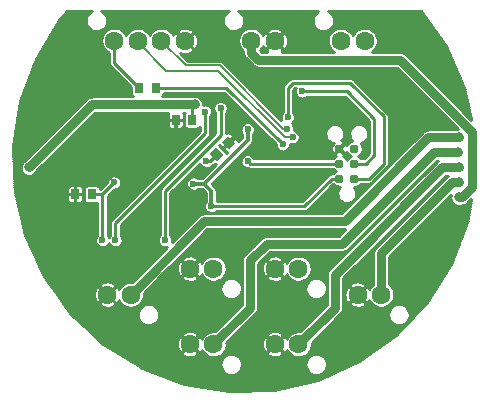
<source format=gbl>
G04 #@! TF.FileFunction,Copper,L2,Bot,Signal*
%FSLAX46Y46*%
G04 Gerber Fmt 4.6, Leading zero omitted, Abs format (unit mm)*
G04 Created by KiCad (PCBNEW 4.0.2+e4-6225~38~ubuntu14.04.1-stable) date Sun 12 Jun 2016 21:18:27 BST*
%MOMM*%
G01*
G04 APERTURE LIST*
%ADD10C,0.100000*%
%ADD11C,1.600000*%
%ADD12C,0.787000*%
%ADD13R,0.750000X0.900000*%
%ADD14C,0.600000*%
%ADD15C,0.800000*%
%ADD16C,0.250000*%
%ADD17C,0.740000*%
%ADD18C,0.300000*%
%ADD19C,0.200000*%
%ADD20C,0.220000*%
G04 APERTURE END LIST*
D10*
D11*
X89000000Y-89900000D03*
X91000000Y-89900000D03*
X93000000Y-89900000D03*
X95000000Y-89900000D03*
X90400000Y-111400000D03*
X88400000Y-111400000D03*
X104600000Y-115600000D03*
X102600000Y-115600000D03*
X108200000Y-89900000D03*
X110200000Y-89900000D03*
X97400000Y-115600000D03*
X95400000Y-115600000D03*
X111600000Y-111400000D03*
X109600000Y-111400000D03*
X100600000Y-89900000D03*
X102600000Y-89900000D03*
X97400000Y-109200000D03*
X95400000Y-109200000D03*
X104600000Y-109200000D03*
X102600000Y-109200000D03*
D12*
X108060000Y-101570000D03*
X109330000Y-101570000D03*
X108060000Y-100300000D03*
X109330000Y-100300000D03*
X108060000Y-99030000D03*
X109330000Y-99030000D03*
D13*
X95600000Y-96600000D03*
X94200000Y-96600000D03*
D10*
G36*
X98611612Y-97951992D02*
X99248008Y-98588388D01*
X98717678Y-99118718D01*
X98081282Y-98482322D01*
X98611612Y-97951992D01*
X98611612Y-97951992D01*
G37*
G36*
X97621662Y-98941942D02*
X98258058Y-99578338D01*
X97727728Y-100108668D01*
X97091332Y-99472272D01*
X97621662Y-98941942D01*
X97621662Y-98941942D01*
G37*
D13*
X87100000Y-102900000D03*
X85700000Y-102900000D03*
X91100000Y-93900000D03*
X92500000Y-93900000D03*
D14*
X92500000Y-117500000D03*
X95000000Y-117500000D03*
X87500000Y-110000000D03*
X89750000Y-100750000D03*
X103750000Y-101250000D03*
X98750000Y-101250000D03*
X101250000Y-101250000D03*
X82500000Y-107500000D03*
X85000000Y-107500000D03*
X85000000Y-110000000D03*
X90000000Y-115000000D03*
X95000000Y-112500000D03*
X92500000Y-115000000D03*
X100000000Y-115000000D03*
X102500000Y-117500000D03*
X107500000Y-117500000D03*
X107500000Y-115000000D03*
X110000000Y-115000000D03*
X117500000Y-107500000D03*
X115000000Y-110000000D03*
X115000000Y-107500000D03*
X100000000Y-102500000D03*
X102500000Y-102500000D03*
X117500000Y-92500000D03*
X115000000Y-90000000D03*
X105000000Y-92500000D03*
X105000000Y-90000000D03*
X97500000Y-90000000D03*
X87500000Y-92500000D03*
X85000000Y-92500000D03*
X85000000Y-90000000D03*
X99250000Y-96400000D03*
X100300000Y-100100000D03*
X96800000Y-100100000D03*
X100300000Y-97400000D03*
D15*
X95800000Y-95300000D03*
D14*
X97200000Y-103900000D03*
X95700000Y-102000000D03*
D15*
X81775000Y-100635000D03*
D14*
X103275000Y-98675000D03*
X104100000Y-98075000D03*
X103625000Y-97350000D03*
X103700000Y-96400000D03*
X104900000Y-94200000D03*
X93300000Y-106800000D03*
X98000000Y-95600000D03*
X89100000Y-106800000D03*
X96675000Y-95900000D03*
D15*
X118195000Y-98095000D03*
X118135000Y-99365000D03*
X118165000Y-100635000D03*
X118195000Y-101905000D03*
X118175000Y-103175000D03*
D14*
X88000000Y-106800000D03*
X89000000Y-101900000D03*
D16*
X99250000Y-97900000D02*
X99250000Y-96400000D01*
X98700000Y-98450000D02*
X99250000Y-97900000D01*
X98700000Y-98500000D02*
X98700000Y-98450000D01*
X108060000Y-100300000D02*
X100500000Y-100300000D01*
X100500000Y-100300000D02*
X100300000Y-100100000D01*
X96800000Y-100100000D02*
X97100000Y-100100000D01*
X97100000Y-100100000D02*
X97674695Y-99525305D01*
X95600000Y-96600000D02*
X95600000Y-95500000D01*
X95600000Y-95500000D02*
X95800000Y-95300000D01*
X107430000Y-101570000D02*
X105100000Y-103900000D01*
X105100000Y-103900000D02*
X97200000Y-103900000D01*
X108060000Y-101570000D02*
X107430000Y-101570000D01*
D17*
X81775000Y-100635000D02*
X87110000Y-95300000D01*
X87110000Y-95300000D02*
X87500000Y-95300000D01*
D18*
X97200000Y-103900000D02*
X97200000Y-102600000D01*
X97200000Y-102600000D02*
X96600000Y-102000000D01*
X100300000Y-98300000D02*
X100300000Y-97400000D01*
X96600000Y-102000000D02*
X100300000Y-98300000D01*
X95700000Y-102000000D02*
X96600000Y-102000000D01*
D17*
X87500000Y-95300000D02*
X95800000Y-95300000D01*
D16*
X103275000Y-98675000D02*
X98500000Y-93900000D01*
X98500000Y-93900000D02*
X92500000Y-93900000D01*
D19*
X93400000Y-92450000D02*
X91000000Y-90050000D01*
X91000000Y-90050000D02*
X91000000Y-89900000D01*
X104100000Y-98075000D02*
X103425000Y-98075000D01*
X103425000Y-98075000D02*
X97800000Y-92450000D01*
X97800000Y-92450000D02*
X93400000Y-92450000D01*
X95050000Y-92000000D02*
X93000000Y-89950000D01*
X93000000Y-89950000D02*
X93000000Y-89900000D01*
X95050000Y-92000000D02*
X97925000Y-92000000D01*
X97925000Y-92000000D02*
X103275000Y-97350000D01*
X103275000Y-97350000D02*
X103625000Y-97350000D01*
D16*
X103700000Y-93900000D02*
X103700000Y-96400000D01*
X104100000Y-93500000D02*
X103700000Y-93900000D01*
X109000000Y-93500000D02*
X104100000Y-93500000D01*
X111800000Y-96300000D02*
X109000000Y-93500000D01*
X111800000Y-100300000D02*
X111800000Y-96300000D01*
X110530000Y-101570000D02*
X111800000Y-100300000D01*
X109330000Y-101570000D02*
X110530000Y-101570000D01*
X111000000Y-96500000D02*
X108700000Y-94200000D01*
X108700000Y-94200000D02*
X104900000Y-94200000D01*
X111000000Y-99600000D02*
X111000000Y-96500000D01*
X110300000Y-100300000D02*
X111000000Y-99600000D01*
X109330000Y-100300000D02*
X110300000Y-100300000D01*
X98000000Y-95600000D02*
X98000000Y-97925000D01*
X93300000Y-106800000D02*
X93300000Y-102625000D01*
X93300000Y-102625000D02*
X98000000Y-97925000D01*
X96675000Y-95900000D02*
X96675000Y-97750000D01*
X96675000Y-97750000D02*
X89100000Y-105325000D01*
X89100000Y-105325000D02*
X89100000Y-106800000D01*
D17*
X90400000Y-111400000D02*
X96600000Y-105200000D01*
X96600000Y-105200000D02*
X108500000Y-105200000D01*
X108500000Y-105200000D02*
X115605000Y-98095000D01*
X115605000Y-98095000D02*
X118195000Y-98095000D01*
X118135000Y-99365000D02*
X116035000Y-99365000D01*
X116035000Y-99365000D02*
X108300000Y-107100000D01*
X108300000Y-107100000D02*
X101900000Y-107100000D01*
X101900000Y-107100000D02*
X100500000Y-108500000D01*
X100500000Y-108500000D02*
X100500000Y-112500000D01*
X100500000Y-112500000D02*
X97400000Y-115600000D01*
X107700000Y-112500000D02*
X107700000Y-109700000D01*
X104600000Y-115600000D02*
X107700000Y-112500000D01*
X107700000Y-109700000D02*
X116765000Y-100635000D01*
X116765000Y-100635000D02*
X118165000Y-100635000D01*
X111600000Y-111400000D02*
X111600000Y-107900000D01*
X111600000Y-107900000D02*
X117595000Y-101905000D01*
X117595000Y-101905000D02*
X118195000Y-101905000D01*
X101200000Y-91500000D02*
X100600000Y-90900000D01*
X100600000Y-90900000D02*
X100600000Y-89900000D01*
X113200000Y-91500000D02*
X101200000Y-91500000D01*
X119300000Y-97600000D02*
X113200000Y-91500000D01*
X119300000Y-102300000D02*
X119300000Y-97600000D01*
X118425000Y-103175000D02*
X119300000Y-102300000D01*
X118175000Y-103175000D02*
X118425000Y-103175000D01*
D16*
X87100000Y-102900000D02*
X88000000Y-102900000D01*
X88000000Y-106800000D02*
X88000000Y-102900000D01*
X89000000Y-101900000D02*
X88000000Y-102900000D01*
X91100000Y-93900000D02*
X89000000Y-91800000D01*
X89000000Y-91800000D02*
X89000000Y-89900000D01*
D20*
X84984461Y-87385000D02*
X87087877Y-87385000D01*
X87909584Y-87385000D02*
X98687877Y-87385000D01*
X99509584Y-87385000D02*
X106287877Y-87385000D01*
X107109584Y-87385000D02*
X114999322Y-87385000D01*
X84848420Y-87554200D02*
X86858789Y-87554200D01*
X88141214Y-87554200D02*
X98458789Y-87554200D01*
X99741214Y-87554200D02*
X106058789Y-87554200D01*
X107341214Y-87554200D02*
X115117529Y-87554200D01*
X84712380Y-87723400D02*
X86723410Y-87723400D01*
X88275935Y-87723400D02*
X98323410Y-87723400D01*
X99875935Y-87723400D02*
X105923410Y-87723400D01*
X107475935Y-87723400D02*
X115235737Y-87723400D01*
X84576340Y-87892600D02*
X86641649Y-87892600D01*
X88357609Y-87892600D02*
X98241649Y-87892600D01*
X99957609Y-87892600D02*
X105841649Y-87892600D01*
X107557609Y-87892600D02*
X115353944Y-87892600D01*
X84440299Y-88061800D02*
X86599006Y-88061800D01*
X88400343Y-88061800D02*
X98199006Y-88061800D01*
X100000343Y-88061800D02*
X105799006Y-88061800D01*
X107600343Y-88061800D02*
X115472152Y-88061800D01*
X84316338Y-88231000D02*
X86589440Y-88231000D01*
X88408360Y-88231000D02*
X98189440Y-88231000D01*
X100008360Y-88231000D02*
X105789440Y-88231000D01*
X107608360Y-88231000D02*
X115590359Y-88231000D01*
X84212811Y-88400200D02*
X86611504Y-88400200D01*
X88387746Y-88400200D02*
X98211504Y-88400200D01*
X99987746Y-88400200D02*
X105811504Y-88400200D01*
X107587746Y-88400200D02*
X115708567Y-88400200D01*
X84109284Y-88569400D02*
X86667483Y-88569400D01*
X88331694Y-88569400D02*
X98267483Y-88569400D01*
X99931694Y-88569400D02*
X105867483Y-88569400D01*
X107531694Y-88569400D02*
X115826774Y-88569400D01*
X84005757Y-88738600D02*
X86764454Y-88738600D01*
X88233741Y-88738600D02*
X98364454Y-88738600D01*
X99833741Y-88738600D02*
X105964454Y-88738600D01*
X107433741Y-88738600D02*
X115944982Y-88738600D01*
X83902231Y-88907800D02*
X86923827Y-88907800D01*
X88076361Y-88907800D02*
X88492545Y-88907800D01*
X89504175Y-88907800D02*
X90492545Y-88907800D01*
X91504175Y-88907800D02*
X92492545Y-88907800D01*
X93504175Y-88907800D02*
X94502366Y-88907800D01*
X95500649Y-88907800D02*
X98523827Y-88907800D01*
X99676361Y-88907800D02*
X100092545Y-88907800D01*
X101104175Y-88907800D02*
X102102366Y-88907800D01*
X103100649Y-88907800D02*
X106123827Y-88907800D01*
X107276361Y-88907800D02*
X107692545Y-88907800D01*
X108704175Y-88907800D02*
X109692545Y-88907800D01*
X110704175Y-88907800D02*
X116063189Y-88907800D01*
X83798704Y-89077000D02*
X87250867Y-89077000D01*
X87755489Y-89077000D02*
X88253874Y-89077000D01*
X89747119Y-89077000D02*
X90253874Y-89077000D01*
X91747119Y-89077000D02*
X92253874Y-89077000D01*
X93747120Y-89077000D02*
X94314422Y-89077000D01*
X95685579Y-89077000D02*
X98850867Y-89077000D01*
X99355489Y-89077000D02*
X99853874Y-89077000D01*
X101347120Y-89077000D02*
X101914422Y-89077000D01*
X103285579Y-89077000D02*
X106450867Y-89077000D01*
X106955489Y-89077000D02*
X107453874Y-89077000D01*
X108947119Y-89077000D02*
X109453874Y-89077000D01*
X110947119Y-89077000D02*
X116181397Y-89077000D01*
X83695177Y-89246200D02*
X88102339Y-89246200D01*
X89898333Y-89246200D02*
X90102339Y-89246200D01*
X91898333Y-89246200D02*
X92102339Y-89246200D01*
X93898333Y-89246200D02*
X94110625Y-89246200D01*
X94324987Y-89246200D02*
X94367413Y-89246200D01*
X95632587Y-89246200D02*
X95675013Y-89246200D01*
X95889376Y-89246200D02*
X99702339Y-89246200D01*
X101498333Y-89246200D02*
X101710625Y-89246200D01*
X101924987Y-89246200D02*
X101967413Y-89246200D01*
X103232587Y-89246200D02*
X103275013Y-89246200D01*
X103489376Y-89246200D02*
X107302339Y-89246200D01*
X109098333Y-89246200D02*
X109302339Y-89246200D01*
X111098333Y-89246200D02*
X116299604Y-89246200D01*
X83591650Y-89415400D02*
X87999992Y-89415400D01*
X94494187Y-89415400D02*
X94536613Y-89415400D01*
X95463387Y-89415400D02*
X95505813Y-89415400D01*
X95998740Y-89415400D02*
X99599992Y-89415400D01*
X102094187Y-89415400D02*
X102136613Y-89415400D01*
X103063387Y-89415400D02*
X103105813Y-89415400D01*
X103598740Y-89415400D02*
X107199992Y-89415400D01*
X111200904Y-89415400D02*
X116417812Y-89415400D01*
X83488123Y-89584600D02*
X87932194Y-89584600D01*
X94663387Y-89584600D02*
X94705813Y-89584600D01*
X95294187Y-89584600D02*
X95336613Y-89584600D01*
X96064465Y-89584600D02*
X99532194Y-89584600D01*
X102263387Y-89584600D02*
X102305813Y-89584600D01*
X102894187Y-89584600D02*
X102936613Y-89584600D01*
X103664465Y-89584600D02*
X107132194Y-89584600D01*
X111269148Y-89584600D02*
X116536019Y-89584600D01*
X83384596Y-89753800D02*
X87896229Y-89753800D01*
X94832587Y-89753800D02*
X94875013Y-89753800D01*
X95124987Y-89753800D02*
X95167413Y-89753800D01*
X96102316Y-89753800D02*
X99496229Y-89753800D01*
X102432587Y-89753800D02*
X102475013Y-89753800D01*
X102724987Y-89753800D02*
X102767413Y-89753800D01*
X103702316Y-89753800D02*
X107096229Y-89753800D01*
X111302651Y-89753800D02*
X116654227Y-89753800D01*
X83281069Y-89923000D02*
X87889523Y-89923000D01*
X94973502Y-89923000D02*
X94998214Y-89923000D01*
X95001787Y-89923000D02*
X95044213Y-89923000D01*
X96114579Y-89923000D02*
X99489523Y-89923000D01*
X102555787Y-89923000D02*
X102598213Y-89923000D01*
X102601787Y-89923000D02*
X102644213Y-89923000D01*
X103714579Y-89923000D02*
X107089523Y-89923000D01*
X111308206Y-89923000D02*
X116772434Y-89923000D01*
X83177542Y-90092200D02*
X87906686Y-90092200D01*
X95170987Y-90092200D02*
X95213413Y-90092200D01*
X96094633Y-90092200D02*
X99506686Y-90092200D01*
X102386587Y-90092200D02*
X102429013Y-90092200D01*
X102770987Y-90092200D02*
X102813413Y-90092200D01*
X103694633Y-90092200D02*
X107106686Y-90092200D01*
X111294669Y-90092200D02*
X116890642Y-90092200D01*
X83074015Y-90261400D02*
X87949202Y-90261400D01*
X95340187Y-90261400D02*
X95382613Y-90261400D01*
X96049593Y-90261400D02*
X99549202Y-90261400D01*
X102217387Y-90261400D02*
X102259813Y-90261400D01*
X102940187Y-90261400D02*
X102982613Y-90261400D01*
X103649593Y-90261400D02*
X107149202Y-90261400D01*
X111254193Y-90261400D02*
X117008849Y-90261400D01*
X82970488Y-90430600D02*
X88021353Y-90430600D01*
X95509387Y-90430600D02*
X95551813Y-90430600D01*
X95975182Y-90430600D02*
X99621353Y-90430600D01*
X101578859Y-90430600D02*
X101624340Y-90430600D01*
X102048187Y-90430600D02*
X102090613Y-90430600D01*
X103109387Y-90430600D02*
X103151813Y-90430600D01*
X103575182Y-90430600D02*
X107221353Y-90430600D01*
X111178859Y-90430600D02*
X117116417Y-90430600D01*
X82866961Y-90599800D02*
X88132641Y-90599800D01*
X95678587Y-90599800D02*
X95721013Y-90599800D01*
X95793296Y-90599800D02*
X99732641Y-90599800D01*
X101464791Y-90599800D02*
X101806703Y-90599800D01*
X101878987Y-90599800D02*
X101921413Y-90599800D01*
X103278587Y-90599800D02*
X103321013Y-90599800D01*
X103393296Y-90599800D02*
X107332641Y-90599800D01*
X111064791Y-90599800D02*
X117190828Y-90599800D01*
X82763434Y-90769000D02*
X88305309Y-90769000D01*
X95663555Y-90769000D02*
X99905309Y-90769000D01*
X101430666Y-90769000D02*
X101936444Y-90769000D01*
X103263555Y-90769000D02*
X107505309Y-90769000D01*
X110897112Y-90769000D02*
X117265240Y-90769000D01*
X82659907Y-90938200D02*
X88565000Y-90938200D01*
X94568028Y-90938200D02*
X94604257Y-90938200D01*
X95405956Y-90938200D02*
X99923745Y-90938200D01*
X113582863Y-90938200D02*
X117339651Y-90938200D01*
X82556380Y-91107400D02*
X88565000Y-91107400D01*
X94737228Y-91107400D02*
X99955518Y-91107400D01*
X113769066Y-91107400D02*
X117414063Y-91107400D01*
X82452853Y-91276600D02*
X88565000Y-91276600D01*
X94906428Y-91276600D02*
X100033853Y-91276600D01*
X113938266Y-91276600D02*
X117488474Y-91276600D01*
X82349627Y-91445800D02*
X88565000Y-91445800D01*
X95075628Y-91445800D02*
X100184134Y-91445800D01*
X114107466Y-91445800D02*
X117562886Y-91445800D01*
X82287170Y-91615000D02*
X88565000Y-91615000D01*
X98061355Y-91615000D02*
X100353334Y-91615000D01*
X114276666Y-91615000D02*
X117637297Y-91615000D01*
X82224712Y-91784200D02*
X88565000Y-91784200D01*
X98289028Y-91784200D02*
X100522534Y-91784200D01*
X114445866Y-91784200D02*
X117711709Y-91784200D01*
X82162254Y-91953400D02*
X88593741Y-91953400D01*
X98458228Y-91953400D02*
X100691734Y-91953400D01*
X114615066Y-91953400D02*
X117786120Y-91953400D01*
X82099797Y-92122600D02*
X88707417Y-92122600D01*
X98627428Y-92122600D02*
X100927732Y-92122600D01*
X114784266Y-92122600D02*
X117860532Y-92122600D01*
X82037339Y-92291800D02*
X88876617Y-92291800D01*
X98796628Y-92291800D02*
X113030134Y-92291800D01*
X114953466Y-92291800D02*
X117934944Y-92291800D01*
X81974882Y-92461000D02*
X89045817Y-92461000D01*
X98965828Y-92461000D02*
X113199334Y-92461000D01*
X115122666Y-92461000D02*
X118009355Y-92461000D01*
X81912424Y-92630200D02*
X89215017Y-92630200D01*
X99135028Y-92630200D02*
X113368534Y-92630200D01*
X115291866Y-92630200D02*
X118083767Y-92630200D01*
X81849966Y-92799400D02*
X89384217Y-92799400D01*
X99304228Y-92799400D02*
X113537734Y-92799400D01*
X115461066Y-92799400D02*
X118158178Y-92799400D01*
X81787509Y-92968600D02*
X89553417Y-92968600D01*
X99473428Y-92968600D02*
X113706934Y-92968600D01*
X115630266Y-92968600D02*
X118232590Y-92968600D01*
X81725051Y-93137800D02*
X89722617Y-93137800D01*
X99642628Y-93137800D02*
X103859127Y-93137800D01*
X109240642Y-93137800D02*
X113876134Y-93137800D01*
X115799466Y-93137800D02*
X118307001Y-93137800D01*
X81662594Y-93307000D02*
X89891817Y-93307000D01*
X99811828Y-93307000D02*
X103677818Y-93307000D01*
X109422182Y-93307000D02*
X114045334Y-93307000D01*
X115968666Y-93307000D02*
X118381413Y-93307000D01*
X81600136Y-93476200D02*
X90061017Y-93476200D01*
X99981028Y-93476200D02*
X103508618Y-93476200D01*
X109591382Y-93476200D02*
X114214534Y-93476200D01*
X116137866Y-93476200D02*
X118455824Y-93476200D01*
X81537679Y-93645400D02*
X90230217Y-93645400D01*
X100150228Y-93645400D02*
X103348493Y-93645400D01*
X109760582Y-93645400D02*
X114383734Y-93645400D01*
X116307066Y-93645400D02*
X118530236Y-93645400D01*
X81475221Y-93814600D02*
X90399417Y-93814600D01*
X100319428Y-93814600D02*
X103273523Y-93814600D01*
X109929782Y-93814600D02*
X114552934Y-93814600D01*
X116476266Y-93814600D02*
X118604647Y-93814600D01*
X81412763Y-93983800D02*
X90413501Y-93983800D01*
X100488628Y-93983800D02*
X103265000Y-93983800D01*
X104231382Y-93983800D02*
X104328968Y-93983800D01*
X110098982Y-93983800D02*
X114722134Y-93983800D01*
X116645466Y-93983800D02*
X118659453Y-93983800D01*
X81350306Y-94153000D02*
X90413501Y-94153000D01*
X100657828Y-94153000D02*
X103265000Y-94153000D01*
X104135000Y-94153000D02*
X104290571Y-94153000D01*
X110268182Y-94153000D02*
X114891334Y-94153000D01*
X116814666Y-94153000D02*
X118697085Y-94153000D01*
X81287848Y-94322200D02*
X90413501Y-94322200D01*
X100827028Y-94322200D02*
X103265000Y-94322200D01*
X104135000Y-94322200D02*
X104302212Y-94322200D01*
X110437382Y-94322200D02*
X115060534Y-94322200D01*
X116983866Y-94322200D02*
X118734717Y-94322200D01*
X81225391Y-94491400D02*
X90448838Y-94491400D01*
X93149545Y-94491400D02*
X98476217Y-94491400D01*
X100996228Y-94491400D02*
X103265000Y-94491400D01*
X104135000Y-94491400D02*
X104362061Y-94491400D01*
X110606582Y-94491400D02*
X115229734Y-94491400D01*
X117153066Y-94491400D02*
X118772349Y-94491400D01*
X81162933Y-94660600D02*
X86885109Y-94660600D01*
X96111190Y-94660600D02*
X98645417Y-94660600D01*
X101165428Y-94660600D02*
X103265000Y-94660600D01*
X104135000Y-94660600D02*
X104496760Y-94660600D01*
X105300906Y-94660600D02*
X108545417Y-94660600D01*
X110775782Y-94660600D02*
X115398934Y-94660600D01*
X117322266Y-94660600D02*
X118809981Y-94660600D01*
X81100475Y-94829800D02*
X86618535Y-94829800D01*
X96333720Y-94829800D02*
X98814617Y-94829800D01*
X101334628Y-94829800D02*
X103265000Y-94829800D01*
X104135000Y-94829800D02*
X108714617Y-94829800D01*
X110944982Y-94829800D02*
X115568134Y-94829800D01*
X117491466Y-94829800D02*
X118847613Y-94829800D01*
X81038018Y-94999000D02*
X86449335Y-94999000D01*
X96443914Y-94999000D02*
X97895019Y-94999000D01*
X98105939Y-94999000D02*
X98983817Y-94999000D01*
X101503828Y-94999000D02*
X103265000Y-94999000D01*
X104135000Y-94999000D02*
X108883817Y-94999000D01*
X111114182Y-94999000D02*
X115737334Y-94999000D01*
X117660666Y-94999000D02*
X118885245Y-94999000D01*
X81003338Y-95168200D02*
X86280135Y-95168200D01*
X96497718Y-95168200D02*
X97569054Y-95168200D01*
X98430917Y-95168200D02*
X99153017Y-95168200D01*
X101673028Y-95168200D02*
X103265000Y-95168200D01*
X104135000Y-95168200D02*
X109053017Y-95168200D01*
X111283382Y-95168200D02*
X115906534Y-95168200D01*
X117829866Y-95168200D02*
X118922877Y-95168200D01*
X80976355Y-95337400D02*
X86110935Y-95337400D01*
X96910827Y-95337400D02*
X97448855Y-95337400D01*
X98551576Y-95337400D02*
X99322217Y-95337400D01*
X101842228Y-95337400D02*
X103265000Y-95337400D01*
X104135000Y-95337400D02*
X109222217Y-95337400D01*
X111452582Y-95337400D02*
X116075734Y-95337400D01*
X117999066Y-95337400D02*
X118960510Y-95337400D01*
X80949372Y-95506600D02*
X85941735Y-95506600D01*
X97144050Y-95506600D02*
X97396198Y-95506600D01*
X98603377Y-95506600D02*
X99491417Y-95506600D01*
X102011428Y-95506600D02*
X103265000Y-95506600D01*
X104135000Y-95506600D02*
X109391417Y-95506600D01*
X111621782Y-95506600D02*
X116244934Y-95506600D01*
X118168266Y-95506600D02*
X118998142Y-95506600D01*
X80922389Y-95675800D02*
X85772535Y-95675800D01*
X97242404Y-95675800D02*
X97393696Y-95675800D01*
X98608133Y-95675800D02*
X99660617Y-95675800D01*
X102180628Y-95675800D02*
X103265000Y-95675800D01*
X104135000Y-95675800D02*
X109560617Y-95675800D01*
X111790982Y-95675800D02*
X116414134Y-95675800D01*
X118337466Y-95675800D02*
X119035774Y-95675800D01*
X80895406Y-95845000D02*
X85603335Y-95845000D01*
X97284959Y-95845000D02*
X97440901Y-95845000D01*
X98558676Y-95845000D02*
X99829817Y-95845000D01*
X102349828Y-95845000D02*
X103265000Y-95845000D01*
X104135000Y-95845000D02*
X109729817Y-95845000D01*
X111960182Y-95845000D02*
X116583334Y-95845000D01*
X118506666Y-95845000D02*
X119073406Y-95845000D01*
X80868423Y-96014200D02*
X85434135Y-96014200D01*
X87357465Y-96014200D02*
X93545709Y-96014200D01*
X94854292Y-96014200D02*
X94947930Y-96014200D01*
X97274626Y-96014200D02*
X97551951Y-96014200D01*
X98449631Y-96014200D02*
X99999017Y-96014200D01*
X102519028Y-96014200D02*
X103224839Y-96014200D01*
X104176070Y-96014200D02*
X109899017Y-96014200D01*
X112125801Y-96014200D02*
X116752534Y-96014200D01*
X118675866Y-96014200D02*
X119111038Y-96014200D01*
X80841440Y-96183400D02*
X85264935Y-96183400D01*
X87188265Y-96183400D02*
X93515000Y-96183400D01*
X94885000Y-96183400D02*
X94913501Y-96183400D01*
X97216579Y-96183400D02*
X97565000Y-96183400D01*
X98435000Y-96183400D02*
X100168217Y-96183400D01*
X102688228Y-96183400D02*
X103129139Y-96183400D01*
X104270537Y-96183400D02*
X110068217Y-96183400D01*
X112217022Y-96183400D02*
X116921734Y-96183400D01*
X118845066Y-96183400D02*
X119148670Y-96183400D01*
X80814457Y-96352600D02*
X85095735Y-96352600D01*
X87019065Y-96352600D02*
X93515000Y-96352600D01*
X94885000Y-96352600D02*
X94913501Y-96352600D01*
X97110000Y-96352600D02*
X97565000Y-96352600D01*
X98435000Y-96352600D02*
X100337417Y-96352600D01*
X102857428Y-96352600D02*
X103090576Y-96352600D01*
X104309853Y-96352600D02*
X110237417Y-96352600D01*
X112235000Y-96352600D02*
X117090934Y-96352600D01*
X119014266Y-96352600D02*
X119186302Y-96352600D01*
X80787474Y-96521800D02*
X84926535Y-96521800D01*
X86849865Y-96521800D02*
X93529300Y-96521800D01*
X94870700Y-96521800D02*
X94913501Y-96521800D01*
X97110000Y-96521800D02*
X97565000Y-96521800D01*
X98435000Y-96521800D02*
X100506617Y-96521800D01*
X103026628Y-96521800D02*
X103102138Y-96521800D01*
X104297900Y-96521800D02*
X110406617Y-96521800D01*
X112235000Y-96521800D02*
X117260134Y-96521800D01*
X119183466Y-96521800D02*
X119223934Y-96521800D01*
X80760491Y-96691000D02*
X84757335Y-96691000D01*
X86680665Y-96691000D02*
X93516500Y-96691000D01*
X94185000Y-96691000D02*
X94215000Y-96691000D01*
X94883500Y-96691000D02*
X94913501Y-96691000D01*
X97110000Y-96691000D02*
X97565000Y-96691000D01*
X98435000Y-96691000D02*
X100675817Y-96691000D01*
X104238196Y-96691000D02*
X110565000Y-96691000D01*
X112235000Y-96691000D02*
X117429334Y-96691000D01*
X80733509Y-96860200D02*
X84588135Y-96860200D01*
X86511465Y-96860200D02*
X93515000Y-96860200D01*
X94185000Y-96860200D02*
X94215000Y-96860200D01*
X94885000Y-96860200D02*
X94913501Y-96860200D01*
X97110000Y-96860200D02*
X97565000Y-96860200D01*
X98435000Y-96860200D02*
X100010827Y-96860200D01*
X100590065Y-96860200D02*
X100845017Y-96860200D01*
X104101326Y-96860200D02*
X110565000Y-96860200D01*
X112235000Y-96860200D02*
X117598534Y-96860200D01*
X80706526Y-97029400D02*
X84418935Y-97029400D01*
X86342265Y-97029400D02*
X93515000Y-97029400D01*
X94185000Y-97029400D02*
X94215000Y-97029400D01*
X94885000Y-97029400D02*
X94913501Y-97029400D01*
X97110000Y-97029400D02*
X97565000Y-97029400D01*
X98435000Y-97029400D02*
X99814431Y-97029400D01*
X100786169Y-97029400D02*
X101014217Y-97029400D01*
X104144389Y-97029400D02*
X107324939Y-97029400D01*
X108031300Y-97029400D02*
X109356939Y-97029400D01*
X110063300Y-97029400D02*
X110565000Y-97029400D01*
X112235000Y-97029400D02*
X117767734Y-97029400D01*
X80679543Y-97198600D02*
X84249735Y-97198600D01*
X86173065Y-97198600D02*
X93551457Y-97198600D01*
X94185000Y-97198600D02*
X94215000Y-97198600D01*
X94848542Y-97198600D02*
X94953582Y-97198600D01*
X97110000Y-97198600D02*
X97565000Y-97198600D01*
X98435000Y-97198600D02*
X99722625Y-97198600D01*
X100876802Y-97198600D02*
X101183417Y-97198600D01*
X104216893Y-97198600D02*
X107094534Y-97198600D01*
X108263090Y-97198600D02*
X109126534Y-97198600D01*
X110295090Y-97198600D02*
X110565000Y-97198600D01*
X112235000Y-97198600D02*
X117936934Y-97198600D01*
X80652560Y-97367800D02*
X84080535Y-97367800D01*
X86003865Y-97367800D02*
X96240000Y-97367800D01*
X97110000Y-97367800D02*
X97565000Y-97367800D01*
X98435000Y-97367800D02*
X99690364Y-97367800D01*
X100909641Y-97367800D02*
X101352617Y-97367800D01*
X104233943Y-97367800D02*
X106965820Y-97367800D01*
X108390946Y-97367800D02*
X108997820Y-97367800D01*
X110422946Y-97367800D02*
X110565000Y-97367800D01*
X112235000Y-97367800D02*
X118106134Y-97367800D01*
X80625577Y-97537000D02*
X83911335Y-97537000D01*
X85834665Y-97537000D02*
X96240000Y-97537000D01*
X97110000Y-97537000D02*
X97565000Y-97537000D01*
X98435000Y-97537000D02*
X99704928Y-97537000D01*
X100894446Y-97537000D02*
X101521817Y-97537000D01*
X104393288Y-97537000D02*
X106898269Y-97537000D01*
X108460607Y-97537000D02*
X108930269Y-97537000D01*
X110492607Y-97537000D02*
X110565000Y-97537000D01*
X112235000Y-97537000D02*
X115218412Y-97537000D01*
X80598594Y-97706200D02*
X83742135Y-97706200D01*
X85665465Y-97706200D02*
X96103618Y-97706200D01*
X97110000Y-97706200D02*
X97565000Y-97706200D01*
X98801744Y-97706200D02*
X99771599Y-97706200D01*
X100830534Y-97706200D02*
X101691017Y-97706200D01*
X104587365Y-97706200D02*
X106869638Y-97706200D01*
X108488676Y-97706200D02*
X108901638Y-97706200D01*
X110520676Y-97706200D02*
X110565000Y-97706200D01*
X112235000Y-97706200D02*
X115032135Y-97706200D01*
X80571611Y-97875400D02*
X83572935Y-97875400D01*
X85496265Y-97875400D02*
X95934418Y-97875400D01*
X97089405Y-97875400D02*
X97434418Y-97875400D01*
X98973427Y-97875400D02*
X99840000Y-97875400D01*
X100760000Y-97875400D02*
X101860217Y-97875400D01*
X104677544Y-97875400D02*
X106876615Y-97875400D01*
X108483459Y-97875400D02*
X108908615Y-97875400D01*
X110515459Y-97875400D02*
X110565000Y-97875400D01*
X112235000Y-97875400D02*
X114862935Y-97875400D01*
X80544628Y-98044600D02*
X83403735Y-98044600D01*
X85327065Y-98044600D02*
X95765218Y-98044600D01*
X96993262Y-98044600D02*
X97265218Y-98044600D01*
X99083606Y-98044600D02*
X99840000Y-98044600D01*
X100760000Y-98044600D02*
X102029417Y-98044600D01*
X104709616Y-98044600D02*
X106920467Y-98044600D01*
X108438980Y-98044600D02*
X108952467Y-98044600D01*
X110470980Y-98044600D02*
X110565000Y-98044600D01*
X112235000Y-98044600D02*
X114693735Y-98044600D01*
X80517645Y-98213800D02*
X83234535Y-98213800D01*
X85157865Y-98213800D02*
X95596018Y-98213800D01*
X96826382Y-98213800D02*
X97096018Y-98213800D01*
X98964987Y-98213800D02*
X99007413Y-98213800D01*
X99311827Y-98213800D02*
X99735662Y-98213800D01*
X100760000Y-98213800D02*
X102198617Y-98213800D01*
X104694037Y-98213800D02*
X107007777Y-98213800D01*
X108350177Y-98213800D02*
X109039777Y-98213800D01*
X110382177Y-98213800D02*
X110565000Y-98213800D01*
X112235000Y-98213800D02*
X114524535Y-98213800D01*
X80490662Y-98383000D02*
X83065335Y-98383000D01*
X84988665Y-98383000D02*
X95426818Y-98383000D01*
X96657182Y-98383000D02*
X96926818Y-98383000D01*
X98795787Y-98383000D02*
X98838213Y-98383000D01*
X99481026Y-98383000D02*
X99566462Y-98383000D01*
X100751729Y-98383000D02*
X102367817Y-98383000D01*
X104629264Y-98383000D02*
X107156044Y-98383000D01*
X108344246Y-98383000D02*
X109053331Y-98383000D01*
X110231396Y-98383000D02*
X110565000Y-98383000D01*
X112235000Y-98383000D02*
X114355335Y-98383000D01*
X80463680Y-98552200D02*
X82896135Y-98552200D01*
X84819465Y-98552200D02*
X95257618Y-98552200D01*
X96487982Y-98552200D02*
X96757618Y-98552200D01*
X98626587Y-98552200D02*
X98697299Y-98552200D01*
X100684234Y-98552200D02*
X102537017Y-98552200D01*
X104483475Y-98552200D02*
X107509887Y-98552200D01*
X108488796Y-98552200D02*
X108812387Y-98552200D01*
X109883011Y-98552200D02*
X110565000Y-98552200D01*
X112235000Y-98552200D02*
X114186135Y-98552200D01*
X80436697Y-98721400D02*
X82726935Y-98721400D01*
X84650265Y-98721400D02*
X95088418Y-98721400D01*
X96318782Y-98721400D02*
X96588418Y-98721400D01*
X97841598Y-98721400D02*
X97881954Y-98721400D01*
X98457387Y-98721400D02*
X98499813Y-98721400D01*
X100529138Y-98721400D02*
X102664267Y-98721400D01*
X103883543Y-98721400D02*
X107426589Y-98721400D01*
X108347387Y-98721400D02*
X108389813Y-98721400D01*
X108692340Y-98721400D02*
X108696840Y-98721400D01*
X109963751Y-98721400D02*
X110565000Y-98721400D01*
X112235000Y-98721400D02*
X114016935Y-98721400D01*
X80424405Y-98890600D02*
X82557735Y-98890600D01*
X84481065Y-98890600D02*
X94919218Y-98890600D01*
X96149582Y-98890600D02*
X96419218Y-98890600D01*
X98010846Y-98890600D02*
X98051153Y-98890600D01*
X98288187Y-98890600D02*
X98330613Y-98890600D01*
X100359938Y-98890600D02*
X102704261Y-98890600D01*
X103846765Y-98890600D02*
X107367997Y-98890600D01*
X108178187Y-98890600D02*
X108220613Y-98890600D01*
X110019587Y-98890600D02*
X110565000Y-98890600D01*
X112235000Y-98890600D02*
X113847735Y-98890600D01*
X80430726Y-99059800D02*
X82388535Y-99059800D01*
X84311865Y-99059800D02*
X94750018Y-99059800D01*
X95980382Y-99059800D02*
X96250018Y-99059800D01*
X98180046Y-99059800D02*
X98245684Y-99059800D01*
X100190738Y-99059800D02*
X102798560Y-99059800D01*
X103750087Y-99059800D02*
X107356628Y-99059800D01*
X108008987Y-99059800D02*
X108051413Y-99059800D01*
X108068587Y-99059800D02*
X108111013Y-99059800D01*
X110032150Y-99059800D02*
X110565000Y-99059800D01*
X112235000Y-99059800D02*
X113678535Y-99059800D01*
X80437046Y-99229000D02*
X82219335Y-99229000D01*
X84142665Y-99229000D02*
X94580818Y-99229000D01*
X95811182Y-99229000D02*
X96080818Y-99229000D01*
X98349246Y-99229000D02*
X98389553Y-99229000D01*
X100021538Y-99229000D02*
X103019318Y-99229000D01*
X103533607Y-99229000D02*
X107385194Y-99229000D01*
X107839787Y-99229000D02*
X107882213Y-99229000D01*
X108237787Y-99229000D02*
X108280213Y-99229000D01*
X110006247Y-99229000D02*
X110565000Y-99229000D01*
X112235000Y-99229000D02*
X113509335Y-99229000D01*
X80443366Y-99398200D02*
X82050135Y-99398200D01*
X83973465Y-99398200D02*
X94411618Y-99398200D01*
X95641982Y-99398200D02*
X95911618Y-99398200D01*
X98508461Y-99398200D02*
X98551262Y-99398200D01*
X99852338Y-99398200D02*
X107458147Y-99398200D01*
X107670587Y-99398200D02*
X107713013Y-99398200D01*
X108406987Y-99398200D02*
X108449413Y-99398200D01*
X108660157Y-99398200D02*
X108730317Y-99398200D01*
X109931224Y-99398200D02*
X110565000Y-99398200D01*
X112235000Y-99398200D02*
X113340135Y-99398200D01*
X80449686Y-99567400D02*
X81880935Y-99567400D01*
X83804265Y-99567400D02*
X94242418Y-99567400D01*
X95472782Y-99567400D02*
X95742418Y-99567400D01*
X99683138Y-99567400D02*
X99999824Y-99567400D01*
X100601294Y-99567400D02*
X107645999Y-99567400D01*
X108474000Y-99567400D02*
X108870939Y-99567400D01*
X109785846Y-99567400D02*
X110417418Y-99567400D01*
X112235000Y-99567400D02*
X113170935Y-99567400D01*
X80456006Y-99736600D02*
X81711735Y-99736600D01*
X83635065Y-99736600D02*
X94073218Y-99736600D01*
X95303582Y-99736600D02*
X95573218Y-99736600D01*
X99513938Y-99736600D02*
X99809501Y-99736600D01*
X100790953Y-99736600D02*
X107636127Y-99736600D01*
X108482843Y-99736600D02*
X108906127Y-99736600D01*
X109752843Y-99736600D02*
X110248218Y-99736600D01*
X112235000Y-99736600D02*
X113001735Y-99736600D01*
X80462326Y-99905800D02*
X81542535Y-99905800D01*
X83465865Y-99905800D02*
X93904018Y-99905800D01*
X95134382Y-99905800D02*
X95404018Y-99905800D01*
X99344738Y-99905800D02*
X99719539Y-99905800D01*
X108642748Y-99905800D02*
X108747268Y-99905800D01*
X112235000Y-99905800D02*
X112832535Y-99905800D01*
X80468646Y-100075000D02*
X81334061Y-100075000D01*
X83296665Y-100075000D02*
X93734818Y-100075000D01*
X94965182Y-100075000D02*
X95234818Y-100075000D01*
X99175538Y-100075000D02*
X99690264Y-100075000D01*
X112235000Y-100075000D02*
X112663335Y-100075000D01*
X116286666Y-100075000D02*
X116380864Y-100075000D01*
X80474966Y-100244200D02*
X81182063Y-100244200D01*
X83127465Y-100244200D02*
X93565618Y-100244200D01*
X94795982Y-100244200D02*
X95065618Y-100244200D01*
X99006338Y-100244200D02*
X99706250Y-100244200D01*
X112235000Y-100244200D02*
X112494135Y-100244200D01*
X116117466Y-100244200D02*
X116194134Y-100244200D01*
X80481286Y-100413400D02*
X81097480Y-100413400D01*
X82958265Y-100413400D02*
X93396418Y-100413400D01*
X94626782Y-100413400D02*
X94896418Y-100413400D01*
X96126782Y-100413400D02*
X96276239Y-100413400D01*
X97401334Y-100413400D02*
X97536062Y-100413400D01*
X98837138Y-100413400D02*
X99776239Y-100413400D01*
X112218211Y-100413400D02*
X112324935Y-100413400D01*
X115948266Y-100413400D02*
X116024934Y-100413400D01*
X80487606Y-100582600D02*
X81065633Y-100582600D01*
X82789065Y-100582600D02*
X93227218Y-100582600D01*
X94457582Y-100582600D02*
X94727218Y-100582600D01*
X95957582Y-100582600D02*
X96425487Y-100582600D01*
X97177804Y-100582600D02*
X97366862Y-100582600D01*
X98667938Y-100582600D02*
X99925487Y-100582600D01*
X112128120Y-100582600D02*
X112155735Y-100582600D01*
X115779066Y-100582600D02*
X115855734Y-100582600D01*
X80493926Y-100751800D02*
X81074546Y-100751800D01*
X82619865Y-100751800D02*
X93058018Y-100751800D01*
X94288382Y-100751800D02*
X94558018Y-100751800D01*
X95788382Y-100751800D02*
X97197662Y-100751800D01*
X98498738Y-100751800D02*
X107518275Y-100751800D01*
X111963382Y-100751800D02*
X111986535Y-100751800D01*
X115609866Y-100751800D02*
X115686534Y-100751800D01*
X80500247Y-100921000D02*
X81124578Y-100921000D01*
X82450665Y-100921000D02*
X92888818Y-100921000D01*
X94119182Y-100921000D02*
X94388818Y-100921000D01*
X95619182Y-100921000D02*
X97028462Y-100921000D01*
X98329538Y-100921000D02*
X107724120Y-100921000D01*
X111794182Y-100921000D02*
X111817335Y-100921000D01*
X115440666Y-100921000D02*
X115517334Y-100921000D01*
X80506567Y-101090200D02*
X81227523Y-101090200D01*
X82322807Y-101090200D02*
X92719618Y-101090200D01*
X93949982Y-101090200D02*
X94219618Y-101090200D01*
X95449982Y-101090200D02*
X96859262Y-101090200D01*
X98160338Y-101090200D02*
X107544429Y-101090200D01*
X111624982Y-101090200D02*
X111648135Y-101090200D01*
X115271466Y-101090200D02*
X115348134Y-101090200D01*
X80512887Y-101259400D02*
X81430668Y-101259400D01*
X82116214Y-101259400D02*
X92550418Y-101259400D01*
X93780782Y-101259400D02*
X94050418Y-101259400D01*
X95280782Y-101259400D02*
X96690062Y-101259400D01*
X97991138Y-101259400D02*
X107125459Y-101259400D01*
X111455782Y-101259400D02*
X111478935Y-101259400D01*
X115102266Y-101259400D02*
X115178934Y-101259400D01*
X80519207Y-101428600D02*
X88609492Y-101428600D01*
X89391592Y-101428600D02*
X92381218Y-101428600D01*
X93611582Y-101428600D02*
X93881218Y-101428600D01*
X95111582Y-101428600D02*
X95485820Y-101428600D01*
X95914893Y-101428600D02*
X96520862Y-101428600D01*
X97821938Y-101428600D02*
X106956218Y-101428600D01*
X111286582Y-101428600D02*
X111309735Y-101428600D01*
X114933066Y-101428600D02*
X115009734Y-101428600D01*
X116933066Y-101428600D02*
X117109735Y-101428600D01*
X80525527Y-101597800D02*
X88467597Y-101597800D01*
X89531613Y-101597800D02*
X92212018Y-101597800D01*
X93442382Y-101597800D02*
X93712018Y-101597800D01*
X94942382Y-101597800D02*
X95238828Y-101597800D01*
X97652738Y-101597800D02*
X106787018Y-101597800D01*
X111117382Y-101597800D02*
X111140535Y-101597800D01*
X114763866Y-101597800D02*
X114840534Y-101597800D01*
X116763866Y-101597800D02*
X116940535Y-101597800D01*
X80531847Y-101767000D02*
X88404616Y-101767000D01*
X89595536Y-101767000D02*
X92042818Y-101767000D01*
X93273182Y-101767000D02*
X93542818Y-101767000D01*
X94773182Y-101767000D02*
X95136168Y-101767000D01*
X97483538Y-101767000D02*
X106617818Y-101767000D01*
X110948182Y-101767000D02*
X110971335Y-101767000D01*
X114594666Y-101767000D02*
X114671334Y-101767000D01*
X116594666Y-101767000D02*
X116771335Y-101767000D01*
X80538167Y-101936200D02*
X88348618Y-101936200D01*
X89608686Y-101936200D02*
X91873618Y-101936200D01*
X93103982Y-101936200D02*
X93373618Y-101936200D01*
X94603982Y-101936200D02*
X95090805Y-101936200D01*
X97314338Y-101936200D02*
X106448618Y-101936200D01*
X110764259Y-101936200D02*
X110802135Y-101936200D01*
X114425466Y-101936200D02*
X114502134Y-101936200D01*
X116425466Y-101936200D02*
X116602135Y-101936200D01*
X80544487Y-102105400D02*
X88179418Y-102105400D01*
X89576307Y-102105400D02*
X91704418Y-102105400D01*
X92934782Y-102105400D02*
X93204418Y-102105400D01*
X94434782Y-102105400D02*
X95099128Y-102105400D01*
X97355938Y-102105400D02*
X106279418Y-102105400D01*
X107509782Y-102105400D02*
X107599007Y-102105400D01*
X109787946Y-102105400D02*
X110632935Y-102105400D01*
X114256266Y-102105400D02*
X114332934Y-102105400D01*
X116256266Y-102105400D02*
X116432935Y-102105400D01*
X80550807Y-102274600D02*
X85069366Y-102274600D01*
X85685000Y-102274600D02*
X85715000Y-102274600D01*
X86330635Y-102274600D02*
X86469277Y-102274600D01*
X87728757Y-102274600D02*
X88010218Y-102274600D01*
X89482283Y-102274600D02*
X91535218Y-102274600D01*
X92765582Y-102274600D02*
X93035218Y-102274600D01*
X94265582Y-102274600D02*
X95152621Y-102274600D01*
X97525138Y-102274600D02*
X106110218Y-102274600D01*
X107340582Y-102274600D02*
X108103685Y-102274600D01*
X109275118Y-102274600D02*
X109373684Y-102274600D01*
X109385486Y-102274600D02*
X110463735Y-102274600D01*
X114087066Y-102274600D02*
X114163734Y-102274600D01*
X116087066Y-102274600D02*
X116263735Y-102274600D01*
X80557127Y-102443800D02*
X85015000Y-102443800D01*
X85685000Y-102443800D02*
X85715000Y-102443800D01*
X86385000Y-102443800D02*
X86414383Y-102443800D01*
X87786005Y-102443800D02*
X87841018Y-102443800D01*
X89281584Y-102443800D02*
X91366018Y-102443800D01*
X92596382Y-102443800D02*
X92905583Y-102443800D01*
X94096382Y-102443800D02*
X95280536Y-102443800D01*
X97631354Y-102443800D02*
X105941018Y-102443800D01*
X107171382Y-102443800D02*
X107984559Y-102443800D01*
X109404288Y-102443800D02*
X110294535Y-102443800D01*
X113917866Y-102443800D02*
X113994534Y-102443800D01*
X115917866Y-102443800D02*
X116094535Y-102443800D01*
X80563447Y-102613000D02*
X85015000Y-102613000D01*
X85685000Y-102613000D02*
X85715000Y-102613000D01*
X86385000Y-102613000D02*
X86413501Y-102613000D01*
X88902182Y-102613000D02*
X91196818Y-102613000D01*
X92427182Y-102613000D02*
X92865707Y-102613000D01*
X93927182Y-102613000D02*
X96562462Y-102613000D01*
X97660000Y-102613000D02*
X105771818Y-102613000D01*
X107002182Y-102613000D02*
X107915120Y-102613000D01*
X109475815Y-102613000D02*
X110125335Y-102613000D01*
X113748666Y-102613000D02*
X113825334Y-102613000D01*
X115748666Y-102613000D02*
X115925335Y-102613000D01*
X80597911Y-102782200D02*
X85015000Y-102782200D01*
X85685000Y-102782200D02*
X85715000Y-102782200D01*
X86385000Y-102782200D02*
X86413501Y-102782200D01*
X88732982Y-102782200D02*
X91027618Y-102782200D01*
X92257982Y-102782200D02*
X92865000Y-102782200D01*
X93757982Y-102782200D02*
X96731662Y-102782200D01*
X97660000Y-102782200D02*
X105602618Y-102782200D01*
X106832982Y-102782200D02*
X107885694Y-102782200D01*
X109504732Y-102782200D02*
X109956135Y-102782200D01*
X113579466Y-102782200D02*
X113656134Y-102782200D01*
X115579466Y-102782200D02*
X115756135Y-102782200D01*
X80638031Y-102951400D02*
X85056100Y-102951400D01*
X85685000Y-102951400D02*
X85715000Y-102951400D01*
X86343900Y-102951400D02*
X86413501Y-102951400D01*
X88563782Y-102951400D02*
X90858418Y-102951400D01*
X92088782Y-102951400D02*
X92865000Y-102951400D01*
X93735000Y-102951400D02*
X96740000Y-102951400D01*
X97660000Y-102951400D02*
X105433418Y-102951400D01*
X106663782Y-102951400D02*
X107891881Y-102951400D01*
X109500367Y-102951400D02*
X109786935Y-102951400D01*
X113410266Y-102951400D02*
X113486934Y-102951400D01*
X115410266Y-102951400D02*
X115586935Y-102951400D01*
X80678150Y-103120600D02*
X85015000Y-103120600D01*
X85685000Y-103120600D02*
X85715000Y-103120600D01*
X86385000Y-103120600D02*
X86413501Y-103120600D01*
X88435000Y-103120600D02*
X90689218Y-103120600D01*
X91919582Y-103120600D02*
X92865000Y-103120600D01*
X93735000Y-103120600D02*
X96740000Y-103120600D01*
X97660000Y-103120600D02*
X105264218Y-103120600D01*
X106494582Y-103120600D02*
X107934883Y-103120600D01*
X109456761Y-103120600D02*
X109617735Y-103120600D01*
X113241066Y-103120600D02*
X113317734Y-103120600D01*
X115241066Y-103120600D02*
X115417735Y-103120600D01*
X117341065Y-103120600D02*
X117465661Y-103120600D01*
X80718270Y-103289800D02*
X85015000Y-103289800D01*
X85685000Y-103289800D02*
X85715000Y-103289800D01*
X86385000Y-103289800D02*
X86413501Y-103289800D01*
X88435000Y-103289800D02*
X90520018Y-103289800D01*
X91750382Y-103289800D02*
X92865000Y-103289800D01*
X93735000Y-103289800D02*
X96740000Y-103289800D01*
X97660000Y-103289800D02*
X105095018Y-103289800D01*
X106325382Y-103289800D02*
X108021199Y-103289800D01*
X109368999Y-103289800D02*
X109448535Y-103289800D01*
X113071866Y-103289800D02*
X113148534Y-103289800D01*
X115071866Y-103289800D02*
X115248535Y-103289800D01*
X117171865Y-103289800D02*
X117474179Y-103289800D01*
X80758389Y-103459000D02*
X85034607Y-103459000D01*
X85685000Y-103459000D02*
X85715000Y-103459000D01*
X86365392Y-103459000D02*
X86435904Y-103459000D01*
X88435000Y-103459000D02*
X90350818Y-103459000D01*
X91581182Y-103459000D02*
X92865000Y-103459000D01*
X93735000Y-103459000D02*
X96740000Y-103459000D01*
X97660000Y-103459000D02*
X104925818Y-103459000D01*
X106156182Y-103459000D02*
X108166681Y-103459000D01*
X109219597Y-103459000D02*
X109279335Y-103459000D01*
X112902666Y-103459000D02*
X112979334Y-103459000D01*
X114902666Y-103459000D02*
X115079335Y-103459000D01*
X117002665Y-103459000D02*
X117523786Y-103459000D01*
X119102666Y-103459000D02*
X119211997Y-103459000D01*
X80798508Y-103628200D02*
X85186564Y-103628200D01*
X85639300Y-103628200D02*
X85760700Y-103628200D01*
X86213435Y-103628200D02*
X86591706Y-103628200D01*
X88435000Y-103628200D02*
X90181618Y-103628200D01*
X91411982Y-103628200D02*
X92865000Y-103628200D01*
X93735000Y-103628200D02*
X96652798Y-103628200D01*
X105986982Y-103628200D02*
X108507693Y-103628200D01*
X108889696Y-103628200D02*
X109110135Y-103628200D01*
X112733466Y-103628200D02*
X112810134Y-103628200D01*
X114733466Y-103628200D02*
X114910135Y-103628200D01*
X116833465Y-103628200D02*
X117625592Y-103628200D01*
X118933466Y-103628200D02*
X119182586Y-103628200D01*
X80838627Y-103797400D02*
X87565000Y-103797400D01*
X88435000Y-103797400D02*
X90012418Y-103797400D01*
X91242782Y-103797400D02*
X92865000Y-103797400D01*
X93735000Y-103797400D02*
X96598154Y-103797400D01*
X105817782Y-103797400D02*
X108940935Y-103797400D01*
X112564266Y-103797400D02*
X112640934Y-103797400D01*
X114564266Y-103797400D02*
X114740935Y-103797400D01*
X116664265Y-103797400D02*
X117826407Y-103797400D01*
X118695959Y-103797400D02*
X119153175Y-103797400D01*
X80878747Y-103966600D02*
X87565000Y-103966600D01*
X88435000Y-103966600D02*
X89843218Y-103966600D01*
X91073582Y-103966600D02*
X92865000Y-103966600D01*
X93735000Y-103966600D02*
X96592007Y-103966600D01*
X105648582Y-103966600D02*
X108771735Y-103966600D01*
X112395066Y-103966600D02*
X112471734Y-103966600D01*
X114395066Y-103966600D02*
X114571735Y-103966600D01*
X116495065Y-103966600D02*
X119123764Y-103966600D01*
X80918866Y-104135800D02*
X87565000Y-104135800D01*
X88435000Y-104135800D02*
X89674018Y-104135800D01*
X90904382Y-104135800D02*
X92865000Y-104135800D01*
X93735000Y-104135800D02*
X96637259Y-104135800D01*
X105479382Y-104135800D02*
X108602535Y-104135800D01*
X112225866Y-104135800D02*
X112302534Y-104135800D01*
X114225866Y-104135800D02*
X114402535Y-104135800D01*
X116325865Y-104135800D02*
X119094353Y-104135800D01*
X80958985Y-104305000D02*
X87565000Y-104305000D01*
X88435000Y-104305000D02*
X89504818Y-104305000D01*
X90735182Y-104305000D02*
X92865000Y-104305000D01*
X93735000Y-104305000D02*
X96743067Y-104305000D01*
X105257731Y-104305000D02*
X108433335Y-104305000D01*
X112056666Y-104305000D02*
X112133334Y-104305000D01*
X114056666Y-104305000D02*
X114233335Y-104305000D01*
X116156665Y-104305000D02*
X119064942Y-104305000D01*
X80999104Y-104474200D02*
X87565000Y-104474200D01*
X88435000Y-104474200D02*
X89335618Y-104474200D01*
X90565982Y-104474200D02*
X92865000Y-104474200D01*
X93735000Y-104474200D02*
X96990554Y-104474200D01*
X97406528Y-104474200D02*
X108264135Y-104474200D01*
X111887466Y-104474200D02*
X111964134Y-104474200D01*
X113887466Y-104474200D02*
X114064135Y-104474200D01*
X115987465Y-104474200D02*
X119035531Y-104474200D01*
X81039223Y-104643400D02*
X87565000Y-104643400D01*
X88435000Y-104643400D02*
X89166418Y-104643400D01*
X90396782Y-104643400D02*
X92865000Y-104643400D01*
X93735000Y-104643400D02*
X96211696Y-104643400D01*
X111718266Y-104643400D02*
X111794934Y-104643400D01*
X113718266Y-104643400D02*
X113894935Y-104643400D01*
X115818265Y-104643400D02*
X119006120Y-104643400D01*
X81079343Y-104812600D02*
X87565000Y-104812600D01*
X88435000Y-104812600D02*
X88997218Y-104812600D01*
X90227582Y-104812600D02*
X92865000Y-104812600D01*
X93735000Y-104812600D02*
X96025734Y-104812600D01*
X111549066Y-104812600D02*
X111625734Y-104812600D01*
X113549066Y-104812600D02*
X113725735Y-104812600D01*
X115649065Y-104812600D02*
X118976709Y-104812600D01*
X81119462Y-104981800D02*
X87565000Y-104981800D01*
X88435000Y-104981800D02*
X88828018Y-104981800D01*
X90058382Y-104981800D02*
X92865000Y-104981800D01*
X93735000Y-104981800D02*
X95856534Y-104981800D01*
X111379866Y-104981800D02*
X111456534Y-104981800D01*
X113379866Y-104981800D02*
X113556535Y-104981800D01*
X115479865Y-104981800D02*
X118947298Y-104981800D01*
X81159581Y-105151000D02*
X87565000Y-105151000D01*
X88435000Y-105151000D02*
X88701625Y-105151000D01*
X89889182Y-105151000D02*
X92865000Y-105151000D01*
X93735000Y-105151000D02*
X95687334Y-105151000D01*
X111210666Y-105151000D02*
X111287334Y-105151000D01*
X113210666Y-105151000D02*
X113387335Y-105151000D01*
X115310665Y-105151000D02*
X118917887Y-105151000D01*
X81199700Y-105320200D02*
X87565000Y-105320200D01*
X88435000Y-105320200D02*
X88665034Y-105320200D01*
X89719982Y-105320200D02*
X92865000Y-105320200D01*
X93735000Y-105320200D02*
X95518134Y-105320200D01*
X111041466Y-105320200D02*
X111118134Y-105320200D01*
X113041466Y-105320200D02*
X113218135Y-105320200D01*
X115141465Y-105320200D02*
X118869153Y-105320200D01*
X81239820Y-105489400D02*
X87565000Y-105489400D01*
X88435000Y-105489400D02*
X88665000Y-105489400D01*
X89550782Y-105489400D02*
X92865000Y-105489400D01*
X93735000Y-105489400D02*
X95348934Y-105489400D01*
X110872266Y-105489400D02*
X110948934Y-105489400D01*
X112872266Y-105489400D02*
X113048935Y-105489400D01*
X114972265Y-105489400D02*
X118803997Y-105489400D01*
X81279939Y-105658600D02*
X87565000Y-105658600D01*
X88435000Y-105658600D02*
X88665000Y-105658600D01*
X89535000Y-105658600D02*
X92865000Y-105658600D01*
X93735000Y-105658600D02*
X95179734Y-105658600D01*
X110703066Y-105658600D02*
X110779734Y-105658600D01*
X112703066Y-105658600D02*
X112879735Y-105658600D01*
X114803065Y-105658600D02*
X118738841Y-105658600D01*
X81320058Y-105827800D02*
X87565000Y-105827800D01*
X88435000Y-105827800D02*
X88665000Y-105827800D01*
X89535000Y-105827800D02*
X92865000Y-105827800D01*
X93735000Y-105827800D02*
X95010534Y-105827800D01*
X110533866Y-105827800D02*
X110610534Y-105827800D01*
X112533866Y-105827800D02*
X112710535Y-105827800D01*
X114633865Y-105827800D02*
X118673685Y-105827800D01*
X81360177Y-105997000D02*
X87565000Y-105997000D01*
X88435000Y-105997000D02*
X88665000Y-105997000D01*
X89535000Y-105997000D02*
X92865000Y-105997000D01*
X93735000Y-105997000D02*
X94841334Y-105997000D01*
X96764666Y-105997000D02*
X108441334Y-105997000D01*
X110364666Y-105997000D02*
X110441334Y-105997000D01*
X112364666Y-105997000D02*
X112541335Y-105997000D01*
X114464665Y-105997000D02*
X118608529Y-105997000D01*
X81400296Y-106166200D02*
X87565000Y-106166200D01*
X88435000Y-106166200D02*
X88665000Y-106166200D01*
X89535000Y-106166200D02*
X92865000Y-106166200D01*
X93735000Y-106166200D02*
X94672134Y-106166200D01*
X96595466Y-106166200D02*
X108272134Y-106166200D01*
X110195466Y-106166200D02*
X110272134Y-106166200D01*
X112195466Y-106166200D02*
X112372135Y-106166200D01*
X114295465Y-106166200D02*
X118543373Y-106166200D01*
X81440416Y-106335400D02*
X87565000Y-106335400D01*
X88435000Y-106335400D02*
X88665000Y-106335400D01*
X89535000Y-106335400D02*
X92865000Y-106335400D01*
X93735000Y-106335400D02*
X94502934Y-106335400D01*
X96426266Y-106335400D02*
X108102934Y-106335400D01*
X110026266Y-106335400D02*
X110102934Y-106335400D01*
X112026266Y-106335400D02*
X112202935Y-106335400D01*
X114126265Y-106335400D02*
X118478217Y-106335400D01*
X81510940Y-106504600D02*
X87462940Y-106504600D01*
X88536131Y-106504600D02*
X88562940Y-106504600D01*
X89636131Y-106504600D02*
X92762940Y-106504600D01*
X93836131Y-106504600D02*
X94333734Y-106504600D01*
X96257066Y-106504600D02*
X101578077Y-106504600D01*
X109857066Y-106504600D02*
X109933734Y-106504600D01*
X111857066Y-106504600D02*
X112033735Y-106504600D01*
X113957065Y-106504600D02*
X118413060Y-106504600D01*
X81588189Y-106673800D02*
X87403170Y-106673800D01*
X89696883Y-106673800D02*
X92703170Y-106673800D01*
X93896883Y-106673800D02*
X94164534Y-106673800D01*
X96087866Y-106673800D02*
X101364534Y-106673800D01*
X109687866Y-106673800D02*
X109764534Y-106673800D01*
X111687866Y-106673800D02*
X111864535Y-106673800D01*
X113787865Y-106673800D02*
X118347904Y-106673800D01*
X81665437Y-106843000D02*
X87389314Y-106843000D01*
X89708591Y-106843000D02*
X92689314Y-106843000D01*
X93908591Y-106843000D02*
X93995334Y-106843000D01*
X95918666Y-106843000D02*
X101195334Y-106843000D01*
X109518666Y-106843000D02*
X109595334Y-106843000D01*
X111518666Y-106843000D02*
X111695335Y-106843000D01*
X113618665Y-106843000D02*
X118282748Y-106843000D01*
X81742686Y-107012200D02*
X87427915Y-107012200D01*
X89673279Y-107012200D02*
X92727915Y-107012200D01*
X95749466Y-107012200D02*
X101026134Y-107012200D01*
X109349466Y-107012200D02*
X109426134Y-107012200D01*
X111349466Y-107012200D02*
X111526135Y-107012200D01*
X113449465Y-107012200D02*
X118217592Y-107012200D01*
X81819934Y-107181400D02*
X87520277Y-107181400D01*
X88477486Y-107181400D02*
X88620277Y-107181400D01*
X89577486Y-107181400D02*
X92820277Y-107181400D01*
X95580266Y-107181400D02*
X100856934Y-107181400D01*
X109180266Y-107181400D02*
X109256934Y-107181400D01*
X111180266Y-107181400D02*
X111356935Y-107181400D01*
X113280265Y-107181400D02*
X118152436Y-107181400D01*
X81897183Y-107350600D02*
X87736536Y-107350600D01*
X88267373Y-107350600D02*
X88836536Y-107350600D01*
X89367373Y-107350600D02*
X93036536Y-107350600D01*
X95411066Y-107350600D02*
X100687734Y-107350600D01*
X109011066Y-107350600D02*
X109087734Y-107350600D01*
X111011066Y-107350600D02*
X111187735Y-107350600D01*
X113111065Y-107350600D02*
X118087280Y-107350600D01*
X81974431Y-107519800D02*
X93318534Y-107519800D01*
X95241866Y-107519800D02*
X100518534Y-107519800D01*
X108841866Y-107519800D02*
X108918534Y-107519800D01*
X110841866Y-107519800D02*
X111036506Y-107519800D01*
X112941865Y-107519800D02*
X118022124Y-107519800D01*
X82051680Y-107689000D02*
X93149334Y-107689000D01*
X95072666Y-107689000D02*
X100349334Y-107689000D01*
X108634270Y-107689000D02*
X108749334Y-107689000D01*
X110672666Y-107689000D02*
X110956833Y-107689000D01*
X112772665Y-107689000D02*
X117956968Y-107689000D01*
X82128929Y-107858200D02*
X92980134Y-107858200D01*
X94903466Y-107858200D02*
X100180134Y-107858200D01*
X102103466Y-107858200D02*
X108580134Y-107858200D01*
X110503466Y-107858200D02*
X110923690Y-107858200D01*
X112603465Y-107858200D02*
X117891812Y-107858200D01*
X82206177Y-108027400D02*
X92810934Y-108027400D01*
X94734266Y-108027400D02*
X100012405Y-108027400D01*
X101934266Y-108027400D02*
X108410934Y-108027400D01*
X110334266Y-108027400D02*
X110920000Y-108027400D01*
X112434265Y-108027400D02*
X117826656Y-108027400D01*
X82283426Y-108196600D02*
X92641734Y-108196600D01*
X94565066Y-108196600D02*
X94924688Y-108196600D01*
X95880937Y-108196600D02*
X96920266Y-108196600D01*
X97877531Y-108196600D02*
X99894516Y-108196600D01*
X101765066Y-108196600D02*
X102124688Y-108196600D01*
X103080937Y-108196600D02*
X104120266Y-108196600D01*
X105077531Y-108196600D02*
X108241734Y-108196600D01*
X110165066Y-108196600D02*
X110920000Y-108196600D01*
X112280000Y-108196600D02*
X117761500Y-108196600D01*
X82360674Y-108365800D02*
X92472534Y-108365800D01*
X94395866Y-108365800D02*
X94719784Y-108365800D01*
X96080217Y-108365800D02*
X96665312Y-108365800D01*
X98135997Y-108365800D02*
X99833395Y-108365800D01*
X101595866Y-108365800D02*
X101919784Y-108365800D01*
X103280217Y-108365800D02*
X103865312Y-108365800D01*
X105335997Y-108365800D02*
X108072534Y-108365800D01*
X109995866Y-108365800D02*
X110920000Y-108365800D01*
X112280000Y-108365800D02*
X117696344Y-108365800D01*
X82437923Y-108535000D02*
X92303334Y-108535000D01*
X94226666Y-108535000D02*
X94534018Y-108535000D01*
X94713787Y-108535000D02*
X94756213Y-108535000D01*
X96043787Y-108535000D02*
X96086213Y-108535000D01*
X96265983Y-108535000D02*
X96510008Y-108535000D01*
X98290892Y-108535000D02*
X99820000Y-108535000D01*
X101426666Y-108535000D02*
X101734018Y-108535000D01*
X101913787Y-108535000D02*
X101956213Y-108535000D01*
X103243787Y-108535000D02*
X103286213Y-108535000D01*
X103465983Y-108535000D02*
X103710008Y-108535000D01*
X105490892Y-108535000D02*
X107903334Y-108535000D01*
X109826666Y-108535000D02*
X110920000Y-108535000D01*
X112280000Y-108535000D02*
X117631188Y-108535000D01*
X82515172Y-108704200D02*
X92134134Y-108704200D01*
X94057466Y-108704200D02*
X94405046Y-108704200D01*
X94882987Y-108704200D02*
X94925413Y-108704200D01*
X95874587Y-108704200D02*
X95917013Y-108704200D01*
X96393121Y-108704200D02*
X96404792Y-108704200D01*
X98396287Y-108704200D02*
X99820000Y-108704200D01*
X101257466Y-108704200D02*
X101605046Y-108704200D01*
X102082987Y-108704200D02*
X102125413Y-108704200D01*
X103074587Y-108704200D02*
X103117013Y-108704200D01*
X103593121Y-108704200D02*
X103604792Y-108704200D01*
X105596287Y-108704200D02*
X107734134Y-108704200D01*
X109657466Y-108704200D02*
X110920000Y-108704200D01*
X112280000Y-108704200D02*
X117566032Y-108704200D01*
X82592420Y-108873400D02*
X91964934Y-108873400D01*
X93888266Y-108873400D02*
X94338861Y-108873400D01*
X95052187Y-108873400D02*
X95094613Y-108873400D01*
X95705387Y-108873400D02*
X95747813Y-108873400D01*
X98466026Y-108873400D02*
X99820000Y-108873400D01*
X101180000Y-108873400D02*
X101538861Y-108873400D01*
X102252187Y-108873400D02*
X102294613Y-108873400D01*
X102905387Y-108873400D02*
X102947813Y-108873400D01*
X105666026Y-108873400D02*
X107564934Y-108873400D01*
X109488266Y-108873400D02*
X110920000Y-108873400D01*
X112280000Y-108873400D02*
X117483064Y-108873400D01*
X82669669Y-109042600D02*
X91795734Y-109042600D01*
X93719066Y-109042600D02*
X94301030Y-109042600D01*
X95221387Y-109042600D02*
X95263813Y-109042600D01*
X95536187Y-109042600D02*
X95578613Y-109042600D01*
X98500433Y-109042600D02*
X99820000Y-109042600D01*
X101180000Y-109042600D02*
X101501030Y-109042600D01*
X102421387Y-109042600D02*
X102463813Y-109042600D01*
X102736187Y-109042600D02*
X102778613Y-109042600D01*
X105700433Y-109042600D02*
X107395734Y-109042600D01*
X109319066Y-109042600D02*
X110920000Y-109042600D01*
X112280000Y-109042600D02*
X117376262Y-109042600D01*
X82746917Y-109211800D02*
X91626534Y-109211800D01*
X93549866Y-109211800D02*
X94287943Y-109211800D01*
X95366987Y-109211800D02*
X95433013Y-109211800D01*
X98508363Y-109211800D02*
X99820000Y-109211800D01*
X101180000Y-109211800D02*
X101487943Y-109211800D01*
X102566987Y-109211800D02*
X102633013Y-109211800D01*
X105708363Y-109211800D02*
X107226534Y-109211800D01*
X109149866Y-109211800D02*
X110920000Y-109211800D01*
X112280000Y-109211800D02*
X117269460Y-109211800D01*
X82824166Y-109381000D02*
X91457334Y-109381000D01*
X93380666Y-109381000D02*
X94300206Y-109381000D01*
X95197787Y-109381000D02*
X95240213Y-109381000D01*
X95559787Y-109381000D02*
X95602213Y-109381000D01*
X98497214Y-109381000D02*
X99820000Y-109381000D01*
X101180000Y-109381000D02*
X101500206Y-109381000D01*
X102397787Y-109381000D02*
X102440213Y-109381000D01*
X102759787Y-109381000D02*
X102802213Y-109381000D01*
X105697214Y-109381000D02*
X107103092Y-109381000D01*
X108980666Y-109381000D02*
X110920000Y-109381000D01*
X112280000Y-109381000D02*
X117162658Y-109381000D01*
X82901414Y-109550200D02*
X91288134Y-109550200D01*
X93211466Y-109550200D02*
X94345117Y-109550200D01*
X95028587Y-109550200D02*
X95071013Y-109550200D01*
X95728987Y-109550200D02*
X95771413Y-109550200D01*
X98458772Y-109550200D02*
X99820000Y-109550200D01*
X101180000Y-109550200D02*
X101545117Y-109550200D01*
X102228587Y-109550200D02*
X102271013Y-109550200D01*
X102928987Y-109550200D02*
X102971413Y-109550200D01*
X105658772Y-109550200D02*
X107037532Y-109550200D01*
X108811466Y-109550200D02*
X110920000Y-109550200D01*
X112280000Y-109550200D02*
X117055856Y-109550200D01*
X82978663Y-109719400D02*
X91118934Y-109719400D01*
X93042266Y-109719400D02*
X94418721Y-109719400D01*
X94859387Y-109719400D02*
X94901813Y-109719400D01*
X95898187Y-109719400D02*
X95940613Y-109719400D01*
X96381545Y-109719400D02*
X96414135Y-109719400D01*
X98383846Y-109719400D02*
X99820000Y-109719400D01*
X101180000Y-109719400D02*
X101618721Y-109719400D01*
X102059387Y-109719400D02*
X102101813Y-109719400D01*
X103098187Y-109719400D02*
X103140613Y-109719400D01*
X103581545Y-109719400D02*
X103614135Y-109719400D01*
X105583846Y-109719400D02*
X107020000Y-109719400D01*
X108642266Y-109719400D02*
X110920000Y-109719400D01*
X112280000Y-109719400D02*
X116949054Y-109719400D01*
X83066512Y-109888600D02*
X90949734Y-109888600D01*
X92873066Y-109888600D02*
X94583310Y-109888600D01*
X94690187Y-109888600D02*
X94732613Y-109888600D01*
X96067387Y-109888600D02*
X96109813Y-109888600D01*
X96216689Y-109888600D02*
X96523177Y-109888600D01*
X98272692Y-109888600D02*
X99820000Y-109888600D01*
X101180000Y-109888600D02*
X101783310Y-109888600D01*
X101890187Y-109888600D02*
X101932613Y-109888600D01*
X103267387Y-109888600D02*
X103309813Y-109888600D01*
X103416689Y-109888600D02*
X103723177Y-109888600D01*
X105472692Y-109888600D02*
X107020000Y-109888600D01*
X108473066Y-109888600D02*
X110920000Y-109888600D01*
X112280000Y-109888600D02*
X116842252Y-109888600D01*
X83188270Y-110057800D02*
X90780534Y-110057800D01*
X92703866Y-110057800D02*
X94731082Y-110057800D01*
X96068917Y-110057800D02*
X96689194Y-110057800D01*
X98108873Y-110057800D02*
X98555199Y-110057800D01*
X99244878Y-110057800D02*
X99820000Y-110057800D01*
X101180000Y-110057800D02*
X101931082Y-110057800D01*
X103268917Y-110057800D02*
X103889194Y-110057800D01*
X105308873Y-110057800D02*
X105755199Y-110057800D01*
X106444878Y-110057800D02*
X107020000Y-110057800D01*
X108380000Y-110057800D02*
X110920000Y-110057800D01*
X112280000Y-110057800D02*
X116735450Y-110057800D01*
X83310028Y-110227000D02*
X90611334Y-110227000D01*
X92534666Y-110227000D02*
X94970500Y-110227000D01*
X95828277Y-110227000D02*
X96978009Y-110227000D01*
X97821849Y-110227000D02*
X98286565Y-110227000D01*
X99514203Y-110227000D02*
X99820000Y-110227000D01*
X101180000Y-110227000D02*
X102170500Y-110227000D01*
X103028277Y-110227000D02*
X104178009Y-110227000D01*
X105021849Y-110227000D02*
X105486565Y-110227000D01*
X106714203Y-110227000D02*
X107020000Y-110227000D01*
X108380000Y-110227000D02*
X110920000Y-110227000D01*
X112280000Y-110227000D02*
X116628648Y-110227000D01*
X83431786Y-110396200D02*
X87925485Y-110396200D01*
X88880233Y-110396200D02*
X89921256Y-110396200D01*
X92365466Y-110396200D02*
X98142034Y-110396200D01*
X99657864Y-110396200D02*
X99820000Y-110396200D01*
X101180000Y-110396200D02*
X105342034Y-110396200D01*
X106857864Y-110396200D02*
X107020000Y-110396200D01*
X108380000Y-110396200D02*
X109125485Y-110396200D01*
X110080233Y-110396200D02*
X110920000Y-110396200D01*
X112280000Y-110396200D02*
X116521846Y-110396200D01*
X83553544Y-110565400D02*
X87719975Y-110565400D01*
X89080026Y-110565400D02*
X89665720Y-110565400D01*
X92196266Y-110565400D02*
X98053307Y-110565400D01*
X99746397Y-110565400D02*
X99820000Y-110565400D01*
X101180000Y-110565400D02*
X105253307Y-110565400D01*
X106946397Y-110565400D02*
X107020000Y-110565400D01*
X108380000Y-110565400D02*
X108919975Y-110565400D01*
X110280026Y-110565400D02*
X110865720Y-110565400D01*
X112335600Y-110565400D02*
X116415044Y-110565400D01*
X83675302Y-110734600D02*
X87534854Y-110734600D01*
X87713387Y-110734600D02*
X87755813Y-110734600D01*
X89044187Y-110734600D02*
X89086613Y-110734600D01*
X89265147Y-110734600D02*
X89510282Y-110734600D01*
X92027066Y-110734600D02*
X98004788Y-110734600D01*
X99794958Y-110734600D02*
X99820000Y-110734600D01*
X101180000Y-110734600D02*
X105204788Y-110734600D01*
X106994958Y-110734600D02*
X107020000Y-110734600D01*
X108380000Y-110734600D02*
X108734854Y-110734600D01*
X108913387Y-110734600D02*
X108955813Y-110734600D01*
X110244187Y-110734600D02*
X110286613Y-110734600D01*
X110465147Y-110734600D02*
X110710282Y-110734600D01*
X112490626Y-110734600D02*
X116308242Y-110734600D01*
X83797060Y-110903800D02*
X87405273Y-110903800D01*
X87882587Y-110903800D02*
X87925013Y-110903800D01*
X88874987Y-110903800D02*
X88917413Y-110903800D01*
X89392920Y-110903800D02*
X89404964Y-110903800D01*
X91857866Y-110903800D02*
X97989820Y-110903800D01*
X99808740Y-110903800D02*
X99820000Y-110903800D01*
X101180000Y-110903800D02*
X105189820Y-110903800D01*
X107008740Y-110903800D02*
X107020000Y-110903800D01*
X108380000Y-110903800D02*
X108605273Y-110903800D01*
X109082587Y-110903800D02*
X109125013Y-110903800D01*
X110074987Y-110903800D02*
X110117413Y-110903800D01*
X110592920Y-110903800D02*
X110604964Y-110903800D01*
X112596122Y-110903800D02*
X116201441Y-110903800D01*
X83918818Y-111073000D02*
X87338994Y-111073000D01*
X88051787Y-111073000D02*
X88094213Y-111073000D01*
X88705787Y-111073000D02*
X88748213Y-111073000D01*
X91688666Y-111073000D02*
X98006511Y-111073000D01*
X99793925Y-111073000D02*
X99820000Y-111073000D01*
X101180000Y-111073000D02*
X105206511Y-111073000D01*
X106993925Y-111073000D02*
X107020000Y-111073000D01*
X108380000Y-111073000D02*
X108538994Y-111073000D01*
X109251787Y-111073000D02*
X109294213Y-111073000D01*
X109905787Y-111073000D02*
X109948213Y-111073000D01*
X112665861Y-111073000D02*
X116094639Y-111073000D01*
X84040576Y-111242200D02*
X87301080Y-111242200D01*
X88220987Y-111242200D02*
X88263413Y-111242200D01*
X88536587Y-111242200D02*
X88579013Y-111242200D01*
X91519466Y-111242200D02*
X98056714Y-111242200D01*
X99743804Y-111242200D02*
X99820000Y-111242200D01*
X101180000Y-111242200D02*
X105256714Y-111242200D01*
X106943804Y-111242200D02*
X107020000Y-111242200D01*
X108380000Y-111242200D02*
X108501080Y-111242200D01*
X109420987Y-111242200D02*
X109463413Y-111242200D01*
X109736587Y-111242200D02*
X109779013Y-111242200D01*
X112700354Y-111242200D02*
X115987837Y-111242200D01*
X84162334Y-111411400D02*
X87287914Y-111411400D01*
X88367387Y-111411400D02*
X88432613Y-111411400D01*
X91508368Y-111411400D02*
X98146925Y-111411400D01*
X99652928Y-111411400D02*
X99820000Y-111411400D01*
X101180000Y-111411400D02*
X105346925Y-111411400D01*
X106852928Y-111411400D02*
X107020000Y-111411400D01*
X108380000Y-111411400D02*
X108487914Y-111411400D01*
X109567387Y-111411400D02*
X109632613Y-111411400D01*
X112708368Y-111411400D02*
X115881035Y-111411400D01*
X84284091Y-111580600D02*
X87300177Y-111580600D01*
X88198187Y-111580600D02*
X88240613Y-111580600D01*
X88559387Y-111580600D02*
X88601813Y-111580600D01*
X91497304Y-111580600D02*
X98292144Y-111580600D01*
X99504924Y-111580600D02*
X99820000Y-111580600D01*
X101180000Y-111580600D02*
X105492144Y-111580600D01*
X106704924Y-111580600D02*
X107020000Y-111580600D01*
X108380000Y-111580600D02*
X108500177Y-111580600D01*
X109398187Y-111580600D02*
X109440613Y-111580600D01*
X109759387Y-111580600D02*
X109801813Y-111580600D01*
X112697304Y-111580600D02*
X115774233Y-111580600D01*
X84405849Y-111749800D02*
X87345007Y-111749800D01*
X88028987Y-111749800D02*
X88071413Y-111749800D01*
X88728587Y-111749800D02*
X88771013Y-111749800D01*
X91458863Y-111749800D02*
X98572001Y-111749800D01*
X99225614Y-111749800D02*
X99820000Y-111749800D01*
X101180000Y-111749800D02*
X105772001Y-111749800D01*
X106425614Y-111749800D02*
X107020000Y-111749800D01*
X108380000Y-111749800D02*
X108545007Y-111749800D01*
X109228987Y-111749800D02*
X109271413Y-111749800D01*
X109928587Y-111749800D02*
X109971013Y-111749800D01*
X112658863Y-111749800D02*
X115667431Y-111749800D01*
X84527607Y-111919000D02*
X87418520Y-111919000D01*
X87859787Y-111919000D02*
X87902213Y-111919000D01*
X88897787Y-111919000D02*
X88940213Y-111919000D01*
X89381773Y-111919000D02*
X89413878Y-111919000D01*
X91384024Y-111919000D02*
X99820000Y-111919000D01*
X101180000Y-111919000D02*
X107020000Y-111919000D01*
X108380000Y-111919000D02*
X108618520Y-111919000D01*
X109059787Y-111919000D02*
X109102213Y-111919000D01*
X110097787Y-111919000D02*
X110140213Y-111919000D01*
X110581773Y-111919000D02*
X110613878Y-111919000D01*
X112584024Y-111919000D02*
X115560629Y-111919000D01*
X84649365Y-112088200D02*
X87582474Y-112088200D01*
X87690587Y-112088200D02*
X87733013Y-112088200D01*
X89066987Y-112088200D02*
X89109413Y-112088200D01*
X89217525Y-112088200D02*
X89522920Y-112088200D01*
X91272974Y-112088200D02*
X99820000Y-112088200D01*
X101180000Y-112088200D02*
X107020000Y-112088200D01*
X108380000Y-112088200D02*
X108782474Y-112088200D01*
X108890587Y-112088200D02*
X108933013Y-112088200D01*
X110266987Y-112088200D02*
X110309413Y-112088200D01*
X110417525Y-112088200D02*
X110722920Y-112088200D01*
X112472974Y-112088200D02*
X115437975Y-112088200D01*
X84771123Y-112257400D02*
X87730891Y-112257400D01*
X89069108Y-112257400D02*
X89688619Y-112257400D01*
X91109293Y-112257400D02*
X91556190Y-112257400D01*
X92243926Y-112257400D02*
X99780934Y-112257400D01*
X101180000Y-112257400D02*
X106980934Y-112257400D01*
X108380000Y-112257400D02*
X108930891Y-112257400D01*
X110269108Y-112257400D02*
X110888619Y-112257400D01*
X112309293Y-112257400D02*
X112756190Y-112257400D01*
X113443926Y-112257400D02*
X115277630Y-112257400D01*
X84892881Y-112426600D02*
X87969294Y-112426600D01*
X88829075Y-112426600D02*
X89977093Y-112426600D01*
X90822880Y-112426600D02*
X91286973Y-112426600D01*
X92513806Y-112426600D02*
X99611734Y-112426600D01*
X101180000Y-112426600D02*
X106811734Y-112426600D01*
X108380000Y-112426600D02*
X109169294Y-112426600D01*
X110029075Y-112426600D02*
X111177093Y-112426600D01*
X112022880Y-112426600D02*
X112486973Y-112426600D01*
X113713806Y-112426600D02*
X115117284Y-112426600D01*
X85014638Y-112595800D02*
X91142308Y-112595800D01*
X92657598Y-112595800D02*
X99442534Y-112595800D01*
X101170505Y-112595800D02*
X106642534Y-112595800D01*
X108370505Y-112595800D02*
X112342308Y-112595800D01*
X113857598Y-112595800D02*
X114956939Y-112595800D01*
X85136396Y-112765000D02*
X91053479Y-112765000D01*
X92746233Y-112765000D02*
X99273334Y-112765000D01*
X101125926Y-112765000D02*
X106473334Y-112765000D01*
X108325926Y-112765000D02*
X112253479Y-112765000D01*
X113946233Y-112765000D02*
X114796594Y-112765000D01*
X85258154Y-112934200D02*
X91004873Y-112934200D01*
X92794878Y-112934200D02*
X99104134Y-112934200D01*
X101019138Y-112934200D02*
X106304134Y-112934200D01*
X108219138Y-112934200D02*
X112204873Y-112934200D01*
X113994878Y-112934200D02*
X114636248Y-112934200D01*
X85431769Y-113103400D02*
X90989826Y-113103400D01*
X92808745Y-113103400D02*
X98934934Y-113103400D01*
X100858266Y-113103400D02*
X106134934Y-113103400D01*
X108058266Y-113103400D02*
X112189826Y-113103400D01*
X114008745Y-113103400D02*
X114475903Y-113103400D01*
X85612828Y-113272600D02*
X91006438Y-113272600D01*
X92794016Y-113272600D02*
X98765734Y-113272600D01*
X100689066Y-113272600D02*
X105965734Y-113272600D01*
X107889066Y-113272600D02*
X112206438Y-113272600D01*
X113994016Y-113272600D02*
X114315558Y-113272600D01*
X85793887Y-113441800D02*
X91056556Y-113441800D01*
X92743982Y-113441800D02*
X98596534Y-113441800D01*
X100519866Y-113441800D02*
X105796534Y-113441800D01*
X107719866Y-113441800D02*
X112256556Y-113441800D01*
X113943982Y-113441800D02*
X114155212Y-113441800D01*
X85974946Y-113611000D02*
X91146667Y-113611000D01*
X92653210Y-113611000D02*
X98427334Y-113611000D01*
X100350666Y-113611000D02*
X105627334Y-113611000D01*
X107550666Y-113611000D02*
X112346667Y-113611000D01*
X113853210Y-113611000D02*
X113994867Y-113611000D01*
X86156005Y-113780200D02*
X91291758Y-113780200D01*
X92505344Y-113780200D02*
X98258134Y-113780200D01*
X100181466Y-113780200D02*
X105458134Y-113780200D01*
X107381466Y-113780200D02*
X112491758Y-113780200D01*
X113705344Y-113780200D02*
X113834522Y-113780200D01*
X86337064Y-113949400D02*
X91571085Y-113949400D01*
X92226645Y-113949400D02*
X98088934Y-113949400D01*
X100012266Y-113949400D02*
X105288934Y-113949400D01*
X107212266Y-113949400D02*
X112771085Y-113949400D01*
X113426645Y-113949400D02*
X113674176Y-113949400D01*
X86518123Y-114118600D02*
X97919734Y-114118600D01*
X99843066Y-114118600D02*
X105119734Y-114118600D01*
X107043066Y-114118600D02*
X113513831Y-114118600D01*
X86699182Y-114287800D02*
X97750534Y-114287800D01*
X99673866Y-114287800D02*
X104950534Y-114287800D01*
X106873866Y-114287800D02*
X113353486Y-114287800D01*
X86880240Y-114457000D02*
X97581334Y-114457000D01*
X99504666Y-114457000D02*
X104781334Y-114457000D01*
X106704666Y-114457000D02*
X113193140Y-114457000D01*
X87061299Y-114626200D02*
X94865695Y-114626200D01*
X95933033Y-114626200D02*
X96860872Y-114626200D01*
X99335466Y-114626200D02*
X102065695Y-114626200D01*
X103133033Y-114626200D02*
X104060872Y-114626200D01*
X106535466Y-114626200D02*
X113032795Y-114626200D01*
X87242358Y-114795400D02*
X94705612Y-114795400D01*
X96094389Y-114795400D02*
X96635085Y-114795400D01*
X99166266Y-114795400D02*
X101905612Y-114795400D01*
X103294389Y-114795400D02*
X103835085Y-114795400D01*
X106366266Y-114795400D02*
X112872450Y-114795400D01*
X87423417Y-114964600D02*
X94484364Y-114964600D01*
X94743387Y-114964600D02*
X94785813Y-114964600D01*
X96014187Y-114964600D02*
X96056613Y-114964600D01*
X96316438Y-114964600D02*
X96489740Y-114964600D01*
X98997066Y-114964600D02*
X101684364Y-114964600D01*
X101943387Y-114964600D02*
X101985813Y-114964600D01*
X103214187Y-114964600D02*
X103256613Y-114964600D01*
X103516438Y-114964600D02*
X103689740Y-114964600D01*
X106197066Y-114964600D02*
X112643655Y-114964600D01*
X87604476Y-115133800D02*
X94388227Y-115133800D01*
X94912587Y-115133800D02*
X94955013Y-115133800D01*
X95844987Y-115133800D02*
X95887413Y-115133800D01*
X98827866Y-115133800D02*
X101588227Y-115133800D01*
X102112587Y-115133800D02*
X102155013Y-115133800D01*
X103044987Y-115133800D02*
X103087413Y-115133800D01*
X106027866Y-115133800D02*
X112405032Y-115133800D01*
X87785535Y-115303000D02*
X94329041Y-115303000D01*
X95081787Y-115303000D02*
X95124213Y-115303000D01*
X95675787Y-115303000D02*
X95718213Y-115303000D01*
X98658666Y-115303000D02*
X101529041Y-115303000D01*
X102281787Y-115303000D02*
X102324213Y-115303000D01*
X102875787Y-115303000D02*
X102918213Y-115303000D01*
X105858666Y-115303000D02*
X112166408Y-115303000D01*
X87966593Y-115472200D02*
X94297341Y-115472200D01*
X95250987Y-115472200D02*
X95293413Y-115472200D01*
X95506587Y-115472200D02*
X95549013Y-115472200D01*
X98506295Y-115472200D02*
X101497341Y-115472200D01*
X102450987Y-115472200D02*
X102493413Y-115472200D01*
X102706587Y-115472200D02*
X102749013Y-115472200D01*
X105706295Y-115472200D02*
X111927784Y-115472200D01*
X88186612Y-115641400D02*
X94290088Y-115641400D01*
X95337387Y-115641400D02*
X95379813Y-115641400D01*
X95420187Y-115641400D02*
X95462613Y-115641400D01*
X98507949Y-115641400D02*
X101490088Y-115641400D01*
X102537387Y-115641400D02*
X102579813Y-115641400D01*
X102620187Y-115641400D02*
X102662613Y-115641400D01*
X105707949Y-115641400D02*
X111689160Y-115641400D01*
X88458858Y-115810600D02*
X94306677Y-115810600D01*
X95168187Y-115810600D02*
X95210613Y-115810600D01*
X95589387Y-115810600D02*
X95631813Y-115810600D01*
X98490489Y-115810600D02*
X101506677Y-115810600D01*
X102368187Y-115810600D02*
X102410613Y-115810600D01*
X102789387Y-115810600D02*
X102831813Y-115810600D01*
X105690489Y-115810600D02*
X111450536Y-115810600D01*
X88731104Y-115979800D02*
X94353268Y-115979800D01*
X94998987Y-115979800D02*
X95041413Y-115979800D01*
X95758587Y-115979800D02*
X95801013Y-115979800D01*
X98446000Y-115979800D02*
X101553268Y-115979800D01*
X102198987Y-115979800D02*
X102241413Y-115979800D01*
X102958587Y-115979800D02*
X103001013Y-115979800D01*
X105646000Y-115979800D02*
X111211912Y-115979800D01*
X89003350Y-116149000D02*
X94433573Y-116149000D01*
X94829787Y-116149000D02*
X94872213Y-116149000D01*
X95927787Y-116149000D02*
X95970213Y-116149000D01*
X96364727Y-116149000D02*
X96433211Y-116149000D01*
X98370667Y-116149000D02*
X101633573Y-116149000D01*
X102029787Y-116149000D02*
X102072213Y-116149000D01*
X103127787Y-116149000D02*
X103170213Y-116149000D01*
X103564727Y-116149000D02*
X103633211Y-116149000D01*
X105570667Y-116149000D02*
X110973289Y-116149000D01*
X89275595Y-116318200D02*
X94645134Y-116318200D01*
X94660587Y-116318200D02*
X94703013Y-116318200D01*
X96096987Y-116318200D02*
X96139413Y-116318200D01*
X96154865Y-116318200D02*
X96550409Y-116318200D01*
X98251811Y-116318200D02*
X101845134Y-116318200D01*
X101860587Y-116318200D02*
X101903013Y-116318200D01*
X103296987Y-116318200D02*
X103339413Y-116318200D01*
X103354865Y-116318200D02*
X103750409Y-116318200D01*
X105451811Y-116318200D02*
X110734665Y-116318200D01*
X89547841Y-116487400D02*
X94745254Y-116487400D01*
X96054745Y-116487400D02*
X96731783Y-116487400D01*
X98073334Y-116487400D02*
X98481938Y-116487400D01*
X99315294Y-116487400D02*
X101945254Y-116487400D01*
X103254745Y-116487400D02*
X103931783Y-116487400D01*
X105273334Y-116487400D02*
X105681938Y-116487400D01*
X106515294Y-116487400D02*
X110496041Y-116487400D01*
X89820087Y-116656600D02*
X95059717Y-116656600D01*
X95743961Y-116656600D02*
X97045761Y-116656600D01*
X97745536Y-116656600D02*
X98256338Y-116656600D01*
X99543597Y-116656600D02*
X102259717Y-116656600D01*
X102943961Y-116656600D02*
X104245761Y-116656600D01*
X104945536Y-116656600D02*
X105456338Y-116656600D01*
X106743597Y-116656600D02*
X110257417Y-116656600D01*
X90092333Y-116825800D02*
X98121767Y-116825800D01*
X99677530Y-116825800D02*
X105321767Y-116825800D01*
X106877530Y-116825800D02*
X110018793Y-116825800D01*
X90364579Y-116995000D02*
X98040621Y-116995000D01*
X99758598Y-116995000D02*
X105240621Y-116995000D01*
X106958598Y-116995000D02*
X109780170Y-116995000D01*
X90636825Y-117164200D02*
X97998496Y-117164200D01*
X99800818Y-117164200D02*
X105198496Y-117164200D01*
X107000818Y-117164200D02*
X109432029Y-117164200D01*
X90909071Y-117333400D02*
X97989407Y-117333400D01*
X99808326Y-117333400D02*
X105189407Y-117333400D01*
X107008326Y-117333400D02*
X109054470Y-117333400D01*
X91181316Y-117502600D02*
X98011944Y-117502600D01*
X99787200Y-117502600D02*
X105211944Y-117502600D01*
X106987200Y-117502600D02*
X108676912Y-117502600D01*
X91539125Y-117671800D02*
X98068434Y-117671800D01*
X99730625Y-117671800D02*
X105268434Y-117671800D01*
X106930625Y-117671800D02*
X108299353Y-117671800D01*
X91987826Y-117841000D02*
X98166001Y-117841000D01*
X99632048Y-117841000D02*
X105366001Y-117841000D01*
X106832048Y-117841000D02*
X107921794Y-117841000D01*
X92436528Y-118010200D02*
X98327280Y-118010200D01*
X99473841Y-118010200D02*
X105527280Y-118010200D01*
X106673841Y-118010200D02*
X107544235Y-118010200D01*
X92885230Y-118179400D02*
X98661783Y-118179400D01*
X99149301Y-118179400D02*
X105861783Y-118179400D01*
X106349301Y-118179400D02*
X107166676Y-118179400D01*
X93333931Y-118348600D02*
X106789117Y-118348600D01*
X93782633Y-118517800D02*
X106411558Y-118517800D01*
X94231334Y-118687000D02*
X105841633Y-118687000D01*
X94680036Y-118856200D02*
X105105180Y-118856200D01*
X95413354Y-119025400D02*
X104368727Y-119025400D01*
X96428715Y-119194600D02*
X103632274Y-119194600D01*
X97444077Y-119363800D02*
X102895821Y-119363800D01*
X98459439Y-119533000D02*
X99886002Y-119533000D01*
X87076361Y-87389653D02*
X86927032Y-87487371D01*
X86799527Y-87612233D01*
X86698703Y-87759483D01*
X86628400Y-87923512D01*
X86591296Y-88098072D01*
X86588804Y-88276515D01*
X86621019Y-88452044D01*
X86686715Y-88617972D01*
X86783388Y-88767979D01*
X86907357Y-88896353D01*
X87053900Y-88998203D01*
X87217434Y-89069649D01*
X87391731Y-89107971D01*
X87570152Y-89111708D01*
X87745901Y-89080719D01*
X87912284Y-89016183D01*
X88062963Y-88920559D01*
X88192199Y-88797490D01*
X88295069Y-88651662D01*
X88367655Y-88488630D01*
X88407193Y-88314605D01*
X88410039Y-88110770D01*
X88375376Y-87935708D01*
X88307370Y-87770714D01*
X88208612Y-87622071D01*
X88082862Y-87495440D01*
X87934912Y-87395647D01*
X87909584Y-87385000D01*
X98687877Y-87385000D01*
X98676361Y-87389653D01*
X98527032Y-87487371D01*
X98399527Y-87612233D01*
X98298703Y-87759483D01*
X98228400Y-87923512D01*
X98191296Y-88098072D01*
X98188804Y-88276515D01*
X98221019Y-88452044D01*
X98286715Y-88617972D01*
X98383388Y-88767979D01*
X98507357Y-88896353D01*
X98653900Y-88998203D01*
X98817434Y-89069649D01*
X98991731Y-89107971D01*
X99170152Y-89111708D01*
X99345901Y-89080719D01*
X99512284Y-89016183D01*
X99662963Y-88920559D01*
X99792199Y-88797490D01*
X99895069Y-88651662D01*
X99967655Y-88488630D01*
X100007193Y-88314605D01*
X100010039Y-88110770D01*
X99975376Y-87935708D01*
X99907370Y-87770714D01*
X99808612Y-87622071D01*
X99682862Y-87495440D01*
X99534912Y-87395647D01*
X99509584Y-87385000D01*
X106287877Y-87385000D01*
X106276361Y-87389653D01*
X106127032Y-87487371D01*
X105999527Y-87612233D01*
X105898703Y-87759483D01*
X105828400Y-87923512D01*
X105791296Y-88098072D01*
X105788804Y-88276515D01*
X105821019Y-88452044D01*
X105886715Y-88617972D01*
X105983388Y-88767979D01*
X106107357Y-88896353D01*
X106253900Y-88998203D01*
X106417434Y-89069649D01*
X106591731Y-89107971D01*
X106770152Y-89111708D01*
X106945901Y-89080719D01*
X107112284Y-89016183D01*
X107262963Y-88920559D01*
X107392199Y-88797490D01*
X107495069Y-88651662D01*
X107567655Y-88488630D01*
X107607193Y-88314605D01*
X107610039Y-88110770D01*
X107575376Y-87935708D01*
X107507370Y-87770714D01*
X107408612Y-87622071D01*
X107282862Y-87495440D01*
X107134912Y-87395647D01*
X107109584Y-87385000D01*
X114999322Y-87385000D01*
X117098339Y-90389493D01*
X118639393Y-93893605D01*
X119235510Y-96573845D01*
X113680833Y-91019167D01*
X113632232Y-90979245D01*
X113584178Y-90938923D01*
X113581049Y-90937203D01*
X113578282Y-90934930D01*
X113522867Y-90905217D01*
X113467880Y-90874988D01*
X113464474Y-90873907D01*
X113461321Y-90872217D01*
X113401240Y-90853849D01*
X113341380Y-90834860D01*
X113337826Y-90834461D01*
X113334407Y-90833416D01*
X113271924Y-90827069D01*
X113209494Y-90820066D01*
X113202506Y-90820017D01*
X113202374Y-90820004D01*
X113202251Y-90820016D01*
X113200000Y-90820000D01*
X110821966Y-90820000D01*
X110886691Y-90778924D01*
X111044330Y-90628806D01*
X111169809Y-90450928D01*
X111258349Y-90252066D01*
X111306576Y-90039793D01*
X111310048Y-89791159D01*
X111267766Y-89577622D01*
X111184814Y-89376365D01*
X111064351Y-89195053D01*
X110910964Y-89040592D01*
X110730497Y-88918865D01*
X110529824Y-88834510D01*
X110316588Y-88790739D01*
X110098911Y-88789219D01*
X109885085Y-88830009D01*
X109683253Y-88911554D01*
X109501104Y-89030749D01*
X109345576Y-89183053D01*
X109222593Y-89362666D01*
X109200456Y-89414315D01*
X109184814Y-89376365D01*
X109064351Y-89195053D01*
X108910964Y-89040592D01*
X108730497Y-88918865D01*
X108529824Y-88834510D01*
X108316588Y-88790739D01*
X108098911Y-88789219D01*
X107885085Y-88830009D01*
X107683253Y-88911554D01*
X107501104Y-89030749D01*
X107345576Y-89183053D01*
X107222593Y-89362666D01*
X107136839Y-89562745D01*
X107091580Y-89775671D01*
X107088541Y-89993332D01*
X107127837Y-90207438D01*
X107207971Y-90409834D01*
X107325891Y-90592810D01*
X107477106Y-90749398D01*
X107578689Y-90820000D01*
X103230068Y-90820000D01*
X103243404Y-90811089D01*
X103323203Y-90644416D01*
X102600000Y-89921213D01*
X101876797Y-90644416D01*
X101956596Y-90811089D01*
X101972279Y-90820000D01*
X101481666Y-90820000D01*
X101365521Y-90703855D01*
X101444330Y-90628806D01*
X101569809Y-90450928D01*
X101600243Y-90382573D01*
X101656913Y-90495516D01*
X101688911Y-90543404D01*
X101855584Y-90623203D01*
X102578787Y-89900000D01*
X102621213Y-89900000D01*
X103344416Y-90623203D01*
X103511089Y-90543404D01*
X103619105Y-90353296D01*
X103687957Y-90145769D01*
X103714999Y-89928797D01*
X103699193Y-89710718D01*
X103641145Y-89499913D01*
X103543087Y-89304484D01*
X103511089Y-89256596D01*
X103344416Y-89176797D01*
X102621213Y-89900000D01*
X102578787Y-89900000D01*
X101855584Y-89176797D01*
X101688911Y-89256596D01*
X101599969Y-89413134D01*
X101584814Y-89376365D01*
X101464351Y-89195053D01*
X101425157Y-89155584D01*
X101876797Y-89155584D01*
X102600000Y-89878787D01*
X103323203Y-89155584D01*
X103243404Y-88988911D01*
X103053296Y-88880895D01*
X102845769Y-88812043D01*
X102628797Y-88785001D01*
X102410718Y-88800807D01*
X102199913Y-88858855D01*
X102004484Y-88956913D01*
X101956596Y-88988911D01*
X101876797Y-89155584D01*
X101425157Y-89155584D01*
X101310964Y-89040592D01*
X101130497Y-88918865D01*
X100929824Y-88834510D01*
X100716588Y-88790739D01*
X100498911Y-88789219D01*
X100285085Y-88830009D01*
X100083253Y-88911554D01*
X99901104Y-89030749D01*
X99745576Y-89183053D01*
X99622593Y-89362666D01*
X99536839Y-89562745D01*
X99491580Y-89775671D01*
X99488541Y-89993332D01*
X99527837Y-90207438D01*
X99607971Y-90409834D01*
X99725891Y-90592810D01*
X99877106Y-90749398D01*
X99920000Y-90779210D01*
X99920000Y-90900000D01*
X99926135Y-90962572D01*
X99931604Y-91025086D01*
X99932601Y-91028517D01*
X99932950Y-91032079D01*
X99951117Y-91092250D01*
X99968630Y-91152530D01*
X99970275Y-91155704D01*
X99971309Y-91159128D01*
X100000796Y-91214585D01*
X100029704Y-91270354D01*
X100031936Y-91273150D01*
X100033614Y-91276306D01*
X100073291Y-91324955D01*
X100112501Y-91374073D01*
X100117414Y-91379055D01*
X100117492Y-91379151D01*
X100117581Y-91379225D01*
X100119167Y-91380833D01*
X100719167Y-91980833D01*
X100767742Y-92020733D01*
X100815822Y-92061077D01*
X100818955Y-92062799D01*
X100821718Y-92065069D01*
X100877094Y-92094762D01*
X100932120Y-92125012D01*
X100935526Y-92126093D01*
X100938679Y-92127783D01*
X100998760Y-92146151D01*
X101058620Y-92165140D01*
X101062174Y-92165539D01*
X101065593Y-92166584D01*
X101128076Y-92172931D01*
X101190506Y-92179934D01*
X101197494Y-92179983D01*
X101197626Y-92179996D01*
X101197749Y-92179984D01*
X101200000Y-92180000D01*
X112918334Y-92180000D01*
X118124038Y-97385703D01*
X117993568Y-97410592D01*
X117982658Y-97415000D01*
X115605000Y-97415000D01*
X115542436Y-97421134D01*
X115479913Y-97426604D01*
X115476482Y-97427601D01*
X115472921Y-97427950D01*
X115412776Y-97446109D01*
X115352469Y-97463630D01*
X115349294Y-97465276D01*
X115345872Y-97466309D01*
X115290454Y-97495775D01*
X115234645Y-97524704D01*
X115231847Y-97526937D01*
X115228694Y-97528614D01*
X115180067Y-97568273D01*
X115130927Y-97607501D01*
X115125949Y-97612410D01*
X115125849Y-97612492D01*
X115125772Y-97612585D01*
X115124167Y-97614168D01*
X108218334Y-104520000D01*
X96600000Y-104520000D01*
X96537432Y-104526135D01*
X96474913Y-104531604D01*
X96471482Y-104532601D01*
X96467921Y-104532950D01*
X96407776Y-104551109D01*
X96347469Y-104568630D01*
X96344294Y-104570276D01*
X96340872Y-104571309D01*
X96285434Y-104600786D01*
X96229646Y-104629704D01*
X96226850Y-104631936D01*
X96223694Y-104633614D01*
X96175045Y-104673291D01*
X96125927Y-104712501D01*
X96120945Y-104717414D01*
X96120849Y-104717492D01*
X96120775Y-104717581D01*
X96119167Y-104719167D01*
X93892422Y-106945912D01*
X93908119Y-106876823D01*
X93910027Y-106740186D01*
X93886791Y-106622837D01*
X93841204Y-106512236D01*
X93775004Y-106412596D01*
X93735000Y-106372312D01*
X93735000Y-102805182D01*
X96227935Y-100312248D01*
X96254830Y-100380179D01*
X96319634Y-100480734D01*
X96402734Y-100566786D01*
X96500965Y-100635059D01*
X96610587Y-100682952D01*
X96727424Y-100708640D01*
X96847025Y-100711145D01*
X96964835Y-100690372D01*
X97076366Y-100647112D01*
X97177371Y-100583013D01*
X97259978Y-100504347D01*
X97261545Y-100503892D01*
X97263576Y-100502839D01*
X97265766Y-100502178D01*
X97301238Y-100483317D01*
X97336918Y-100464822D01*
X97338707Y-100463394D01*
X97340725Y-100462321D01*
X97371819Y-100436961D01*
X97403267Y-100411857D01*
X97406449Y-100408717D01*
X97406516Y-100408663D01*
X97406567Y-100408601D01*
X97407591Y-100407591D01*
X97496858Y-100318324D01*
X97507465Y-100328931D01*
X97545156Y-100361055D01*
X97573479Y-100375983D01*
X96409462Y-101540000D01*
X96102913Y-101540000D01*
X96090710Y-101527712D01*
X95991535Y-101460818D01*
X95881255Y-101414460D01*
X95764071Y-101390406D01*
X95644447Y-101389571D01*
X95526938Y-101411987D01*
X95416022Y-101456800D01*
X95315922Y-101522303D01*
X95230452Y-101606002D01*
X95162866Y-101704708D01*
X95115740Y-101814662D01*
X95090868Y-101931675D01*
X95089198Y-102051291D01*
X95110793Y-102168952D01*
X95154830Y-102280179D01*
X95219634Y-102380734D01*
X95302734Y-102466786D01*
X95400965Y-102535059D01*
X95510587Y-102582952D01*
X95627424Y-102608640D01*
X95747025Y-102611145D01*
X95864835Y-102590372D01*
X95976366Y-102547112D01*
X96077371Y-102483013D01*
X96101537Y-102460000D01*
X96409462Y-102460000D01*
X96740000Y-102790538D01*
X96740000Y-103496652D01*
X96730452Y-103506002D01*
X96662866Y-103604708D01*
X96615740Y-103714662D01*
X96590868Y-103831675D01*
X96589198Y-103951291D01*
X96610793Y-104068952D01*
X96654830Y-104180179D01*
X96719634Y-104280734D01*
X96802734Y-104366786D01*
X96900965Y-104435059D01*
X97010587Y-104482952D01*
X97127424Y-104508640D01*
X97247025Y-104511145D01*
X97364835Y-104490372D01*
X97476366Y-104447112D01*
X97577371Y-104383013D01*
X97627789Y-104335000D01*
X105100000Y-104335000D01*
X105139927Y-104331085D01*
X105180018Y-104327577D01*
X105182217Y-104326938D01*
X105184492Y-104326715D01*
X105222936Y-104315109D01*
X105261545Y-104303892D01*
X105263576Y-104302839D01*
X105265766Y-104302178D01*
X105301238Y-104283317D01*
X105336918Y-104264822D01*
X105338707Y-104263394D01*
X105340725Y-104262321D01*
X105371819Y-104236961D01*
X105403267Y-104211857D01*
X105406449Y-104208717D01*
X105406516Y-104208663D01*
X105406567Y-104208601D01*
X105407591Y-104207591D01*
X107555174Y-102060009D01*
X107601841Y-102108334D01*
X107715130Y-102187072D01*
X107841555Y-102242306D01*
X107976300Y-102271931D01*
X108114233Y-102274821D01*
X108114428Y-102274787D01*
X108071502Y-102316823D01*
X107981757Y-102447892D01*
X107919180Y-102593895D01*
X107886153Y-102749273D01*
X107883936Y-102908107D01*
X107912611Y-103064346D01*
X107971087Y-103212041D01*
X108057137Y-103345564D01*
X108167483Y-103459830D01*
X108297922Y-103550488D01*
X108443485Y-103614083D01*
X108598629Y-103648193D01*
X108757443Y-103651520D01*
X108913879Y-103623936D01*
X109061978Y-103566493D01*
X109196099Y-103481377D01*
X109311133Y-103371831D01*
X109402698Y-103242029D01*
X109467308Y-103096913D01*
X109502501Y-102942011D01*
X109505034Y-102760575D01*
X109474181Y-102604752D01*
X109413648Y-102457888D01*
X109325742Y-102325579D01*
X109273023Y-102272491D01*
X109384233Y-102274821D01*
X109520100Y-102250863D01*
X109648727Y-102200972D01*
X109765214Y-102127048D01*
X109865123Y-102031906D01*
X109884103Y-102005000D01*
X110530000Y-102005000D01*
X110569927Y-102001085D01*
X110610018Y-101997577D01*
X110612217Y-101996938D01*
X110614492Y-101996715D01*
X110652936Y-101985109D01*
X110691545Y-101973892D01*
X110693576Y-101972839D01*
X110695766Y-101972178D01*
X110731238Y-101953317D01*
X110766918Y-101934822D01*
X110768707Y-101933394D01*
X110770725Y-101932321D01*
X110801819Y-101906961D01*
X110833267Y-101881857D01*
X110836449Y-101878717D01*
X110836516Y-101878663D01*
X110836567Y-101878601D01*
X110837591Y-101877591D01*
X112107591Y-100607592D01*
X112133065Y-100576580D01*
X112158924Y-100545761D01*
X112160027Y-100543754D01*
X112161478Y-100541988D01*
X112180468Y-100506573D01*
X112199824Y-100471365D01*
X112200515Y-100469187D01*
X112201597Y-100467169D01*
X112213358Y-100428700D01*
X112225494Y-100390442D01*
X112225749Y-100388171D01*
X112226418Y-100385982D01*
X112230476Y-100346031D01*
X112234958Y-100306074D01*
X112234989Y-100301597D01*
X112234997Y-100301518D01*
X112234990Y-100301444D01*
X112235000Y-100300000D01*
X112235000Y-96300000D01*
X112231085Y-96260073D01*
X112227577Y-96219982D01*
X112226938Y-96217783D01*
X112226715Y-96215508D01*
X112215109Y-96177064D01*
X112203892Y-96138455D01*
X112202839Y-96136424D01*
X112202178Y-96134234D01*
X112183317Y-96098762D01*
X112164822Y-96063082D01*
X112163394Y-96061293D01*
X112162321Y-96059275D01*
X112136961Y-96028181D01*
X112111857Y-95996733D01*
X112108717Y-95993551D01*
X112108663Y-95993484D01*
X112108601Y-95993433D01*
X112107591Y-95992409D01*
X109307591Y-93192409D01*
X109276604Y-93166956D01*
X109245761Y-93141076D01*
X109243754Y-93139973D01*
X109241988Y-93138522D01*
X109206573Y-93119532D01*
X109171365Y-93100176D01*
X109169187Y-93099485D01*
X109167169Y-93098403D01*
X109128713Y-93086646D01*
X109090442Y-93074506D01*
X109088170Y-93074251D01*
X109085981Y-93073582D01*
X109046036Y-93069525D01*
X109006074Y-93065042D01*
X109001597Y-93065011D01*
X109001518Y-93065003D01*
X109001444Y-93065010D01*
X109000000Y-93065000D01*
X104100000Y-93065000D01*
X104060033Y-93068919D01*
X104019981Y-93072423D01*
X104017781Y-93073062D01*
X104015508Y-93073285D01*
X103977030Y-93084902D01*
X103938455Y-93096109D01*
X103936428Y-93097160D01*
X103934234Y-93097822D01*
X103898726Y-93116702D01*
X103863082Y-93135178D01*
X103861294Y-93136606D01*
X103859275Y-93137679D01*
X103828151Y-93163064D01*
X103796733Y-93188144D01*
X103793548Y-93191285D01*
X103793484Y-93191337D01*
X103793435Y-93191396D01*
X103792408Y-93192409D01*
X103392409Y-93592409D01*
X103366956Y-93623396D01*
X103341076Y-93654239D01*
X103339973Y-93656246D01*
X103338522Y-93658012D01*
X103319532Y-93693427D01*
X103300176Y-93728635D01*
X103299485Y-93730813D01*
X103298403Y-93732831D01*
X103286646Y-93771287D01*
X103274506Y-93809558D01*
X103274251Y-93811830D01*
X103273582Y-93814019D01*
X103269525Y-93853964D01*
X103265042Y-93893926D01*
X103265011Y-93898403D01*
X103265003Y-93898482D01*
X103265010Y-93898556D01*
X103265000Y-93900000D01*
X103265000Y-95972170D01*
X103230452Y-96006002D01*
X103162866Y-96104708D01*
X103115740Y-96214662D01*
X103090868Y-96331675D01*
X103089198Y-96451291D01*
X103110793Y-96568952D01*
X103135052Y-96630225D01*
X98214914Y-91710086D01*
X98185617Y-91686021D01*
X98156636Y-91661703D01*
X98154750Y-91660666D01*
X98153082Y-91659296D01*
X98119666Y-91641379D01*
X98086516Y-91623155D01*
X98084463Y-91622504D01*
X98082561Y-91621484D01*
X98046329Y-91610406D01*
X98010244Y-91598959D01*
X98008102Y-91598719D01*
X98006039Y-91598088D01*
X97968364Y-91594262D01*
X97930724Y-91590040D01*
X97926505Y-91590011D01*
X97926431Y-91590003D01*
X97926362Y-91590010D01*
X97925000Y-91590000D01*
X95219828Y-91590000D01*
X94550040Y-90920212D01*
X94754231Y-90987957D01*
X94971203Y-91014999D01*
X95189282Y-90999193D01*
X95400087Y-90941145D01*
X95595516Y-90843087D01*
X95643404Y-90811089D01*
X95723203Y-90644416D01*
X95000000Y-89921213D01*
X94985858Y-89935356D01*
X94964645Y-89914143D01*
X94978787Y-89900000D01*
X95021213Y-89900000D01*
X95744416Y-90623203D01*
X95911089Y-90543404D01*
X96019105Y-90353296D01*
X96087957Y-90145769D01*
X96114999Y-89928797D01*
X96099193Y-89710718D01*
X96041145Y-89499913D01*
X95943087Y-89304484D01*
X95911089Y-89256596D01*
X95744416Y-89176797D01*
X95021213Y-89900000D01*
X94978787Y-89900000D01*
X94255584Y-89176797D01*
X94088911Y-89256596D01*
X93999969Y-89413134D01*
X93984814Y-89376365D01*
X93864351Y-89195053D01*
X93825157Y-89155584D01*
X94276797Y-89155584D01*
X95000000Y-89878787D01*
X95723203Y-89155584D01*
X95643404Y-88988911D01*
X95453296Y-88880895D01*
X95245769Y-88812043D01*
X95028797Y-88785001D01*
X94810718Y-88800807D01*
X94599913Y-88858855D01*
X94404484Y-88956913D01*
X94356596Y-88988911D01*
X94276797Y-89155584D01*
X93825157Y-89155584D01*
X93710964Y-89040592D01*
X93530497Y-88918865D01*
X93329824Y-88834510D01*
X93116588Y-88790739D01*
X92898911Y-88789219D01*
X92685085Y-88830009D01*
X92483253Y-88911554D01*
X92301104Y-89030749D01*
X92145576Y-89183053D01*
X92022593Y-89362666D01*
X92000456Y-89414315D01*
X91984814Y-89376365D01*
X91864351Y-89195053D01*
X91710964Y-89040592D01*
X91530497Y-88918865D01*
X91329824Y-88834510D01*
X91116588Y-88790739D01*
X90898911Y-88789219D01*
X90685085Y-88830009D01*
X90483253Y-88911554D01*
X90301104Y-89030749D01*
X90145576Y-89183053D01*
X90022593Y-89362666D01*
X90000456Y-89414315D01*
X89984814Y-89376365D01*
X89864351Y-89195053D01*
X89710964Y-89040592D01*
X89530497Y-88918865D01*
X89329824Y-88834510D01*
X89116588Y-88790739D01*
X88898911Y-88789219D01*
X88685085Y-88830009D01*
X88483253Y-88911554D01*
X88301104Y-89030749D01*
X88145576Y-89183053D01*
X88022593Y-89362666D01*
X87936839Y-89562745D01*
X87891580Y-89775671D01*
X87888541Y-89993332D01*
X87927837Y-90207438D01*
X88007971Y-90409834D01*
X88125891Y-90592810D01*
X88277106Y-90749398D01*
X88455855Y-90873632D01*
X88565000Y-90921316D01*
X88565000Y-91800000D01*
X88568915Y-91839927D01*
X88572423Y-91880018D01*
X88573062Y-91882217D01*
X88573285Y-91884492D01*
X88584891Y-91922936D01*
X88596108Y-91961545D01*
X88597161Y-91963576D01*
X88597822Y-91965766D01*
X88616683Y-92001238D01*
X88635178Y-92036918D01*
X88636606Y-92038707D01*
X88637679Y-92040725D01*
X88663039Y-92071819D01*
X88688143Y-92103267D01*
X88691283Y-92106449D01*
X88691337Y-92106516D01*
X88691399Y-92106567D01*
X88692409Y-92107591D01*
X90413501Y-93828684D01*
X90413501Y-94350000D01*
X90417438Y-94399366D01*
X90443367Y-94483097D01*
X90491597Y-94556288D01*
X90558308Y-94613145D01*
X90573515Y-94620000D01*
X87110000Y-94620000D01*
X87047436Y-94626134D01*
X86984913Y-94631604D01*
X86981482Y-94632601D01*
X86977921Y-94632950D01*
X86917776Y-94651109D01*
X86857469Y-94668630D01*
X86854294Y-94670276D01*
X86850872Y-94671309D01*
X86795434Y-94700786D01*
X86739646Y-94729704D01*
X86736850Y-94731936D01*
X86733694Y-94733614D01*
X86685045Y-94773291D01*
X86635927Y-94812501D01*
X86630949Y-94817410D01*
X86630849Y-94817492D01*
X86630772Y-94817585D01*
X86629167Y-94819168D01*
X81446339Y-100001995D01*
X81444468Y-100002751D01*
X81327959Y-100078993D01*
X81228477Y-100176413D01*
X81149812Y-100291300D01*
X81094960Y-100419279D01*
X81066011Y-100555474D01*
X81064067Y-100694699D01*
X81089202Y-100831649D01*
X81140459Y-100961110D01*
X81215886Y-101078149D01*
X81312609Y-101178308D01*
X81426944Y-101257773D01*
X81554536Y-101313517D01*
X81690526Y-101343416D01*
X81829734Y-101346332D01*
X81966857Y-101322154D01*
X82096672Y-101271802D01*
X82214234Y-101197194D01*
X82315067Y-101101173D01*
X82395328Y-100987395D01*
X82404202Y-100967464D01*
X86679165Y-96692500D01*
X93515000Y-96692500D01*
X93515000Y-97080533D01*
X93526913Y-97140424D01*
X93550282Y-97196840D01*
X93584208Y-97247614D01*
X93627387Y-97290793D01*
X93678160Y-97324719D01*
X93734577Y-97348087D01*
X93794468Y-97360000D01*
X94107500Y-97360000D01*
X94185000Y-97282500D01*
X94185000Y-96615000D01*
X94215000Y-96615000D01*
X94215000Y-97282500D01*
X94292500Y-97360000D01*
X94605532Y-97360000D01*
X94665423Y-97348087D01*
X94721840Y-97324719D01*
X94772613Y-97290793D01*
X94815792Y-97247614D01*
X94849718Y-97196840D01*
X94873087Y-97140424D01*
X94885000Y-97080533D01*
X94885000Y-96692500D01*
X94807500Y-96615000D01*
X94215000Y-96615000D01*
X94185000Y-96615000D01*
X93592500Y-96615000D01*
X93515000Y-96692500D01*
X86679165Y-96692500D01*
X87391665Y-95980000D01*
X93565757Y-95980000D01*
X93550282Y-96003160D01*
X93526913Y-96059576D01*
X93515000Y-96119467D01*
X93515000Y-96507500D01*
X93592500Y-96585000D01*
X94185000Y-96585000D01*
X94185000Y-96565000D01*
X94215000Y-96565000D01*
X94215000Y-96585000D01*
X94807500Y-96585000D01*
X94885000Y-96507500D01*
X94885000Y-96119467D01*
X94873087Y-96059576D01*
X94849718Y-96003160D01*
X94834243Y-95980000D01*
X94964674Y-95980000D01*
X94961855Y-95983308D01*
X94925834Y-96063218D01*
X94913501Y-96150000D01*
X94913501Y-97050000D01*
X94917438Y-97099366D01*
X94943367Y-97183097D01*
X94991597Y-97256288D01*
X95058308Y-97313145D01*
X95138218Y-97349166D01*
X95225000Y-97361499D01*
X95975000Y-97361499D01*
X96024366Y-97357562D01*
X96108097Y-97331633D01*
X96181288Y-97283403D01*
X96238145Y-97216692D01*
X96240000Y-97212577D01*
X96240000Y-97569817D01*
X88792409Y-105017409D01*
X88766956Y-105048396D01*
X88741076Y-105079239D01*
X88739973Y-105081246D01*
X88738522Y-105083012D01*
X88719532Y-105118427D01*
X88700176Y-105153635D01*
X88699485Y-105155813D01*
X88698403Y-105157831D01*
X88686646Y-105196287D01*
X88674506Y-105234558D01*
X88674251Y-105236830D01*
X88673582Y-105239019D01*
X88669525Y-105278964D01*
X88665042Y-105318926D01*
X88665011Y-105323403D01*
X88665003Y-105323482D01*
X88665010Y-105323556D01*
X88665000Y-105325000D01*
X88665000Y-106372170D01*
X88630452Y-106406002D01*
X88562866Y-106504708D01*
X88550242Y-106534163D01*
X88541204Y-106512236D01*
X88475004Y-106412596D01*
X88435000Y-106372312D01*
X88435000Y-103080182D01*
X89004920Y-102510263D01*
X89047025Y-102511145D01*
X89164835Y-102490372D01*
X89276366Y-102447112D01*
X89377371Y-102383013D01*
X89464002Y-102300515D01*
X89532959Y-102202763D01*
X89581615Y-102093478D01*
X89608119Y-101976823D01*
X89610027Y-101840186D01*
X89586791Y-101722837D01*
X89541204Y-101612236D01*
X89475004Y-101512596D01*
X89390710Y-101427712D01*
X89291535Y-101360818D01*
X89181255Y-101314460D01*
X89064071Y-101290406D01*
X88944447Y-101289571D01*
X88826938Y-101311987D01*
X88716022Y-101356800D01*
X88615922Y-101422303D01*
X88530452Y-101506002D01*
X88462866Y-101604708D01*
X88415740Y-101714662D01*
X88390868Y-101831675D01*
X88389986Y-101894831D01*
X87819818Y-102465000D01*
X87786499Y-102465000D01*
X87786499Y-102450000D01*
X87782562Y-102400634D01*
X87756633Y-102316903D01*
X87708403Y-102243712D01*
X87641692Y-102186855D01*
X87561782Y-102150834D01*
X87475000Y-102138501D01*
X86725000Y-102138501D01*
X86675634Y-102142438D01*
X86591903Y-102168367D01*
X86518712Y-102216597D01*
X86461855Y-102283308D01*
X86425834Y-102363218D01*
X86413501Y-102450000D01*
X86413501Y-103350000D01*
X86417438Y-103399366D01*
X86443367Y-103483097D01*
X86491597Y-103556288D01*
X86558308Y-103613145D01*
X86638218Y-103649166D01*
X86725000Y-103661499D01*
X87475000Y-103661499D01*
X87524366Y-103657562D01*
X87565000Y-103644979D01*
X87565000Y-106372170D01*
X87530452Y-106406002D01*
X87462866Y-106504708D01*
X87415740Y-106614662D01*
X87390868Y-106731675D01*
X87389198Y-106851291D01*
X87410793Y-106968952D01*
X87454830Y-107080179D01*
X87519634Y-107180734D01*
X87602734Y-107266786D01*
X87700965Y-107335059D01*
X87810587Y-107382952D01*
X87927424Y-107408640D01*
X88047025Y-107411145D01*
X88164835Y-107390372D01*
X88276366Y-107347112D01*
X88377371Y-107283013D01*
X88464002Y-107200515D01*
X88532959Y-107102763D01*
X88549268Y-107066131D01*
X88554830Y-107080179D01*
X88619634Y-107180734D01*
X88702734Y-107266786D01*
X88800965Y-107335059D01*
X88910587Y-107382952D01*
X89027424Y-107408640D01*
X89147025Y-107411145D01*
X89264835Y-107390372D01*
X89376366Y-107347112D01*
X89477371Y-107283013D01*
X89564002Y-107200515D01*
X89632959Y-107102763D01*
X89681615Y-106993478D01*
X89708119Y-106876823D01*
X89710027Y-106740186D01*
X89686791Y-106622837D01*
X89641204Y-106512236D01*
X89575004Y-106412596D01*
X89535000Y-106372312D01*
X89535000Y-105505182D01*
X96982592Y-98057591D01*
X97008069Y-98026574D01*
X97033924Y-97995761D01*
X97035027Y-97993754D01*
X97036478Y-97991988D01*
X97055458Y-97956592D01*
X97074824Y-97921365D01*
X97075516Y-97919185D01*
X97076597Y-97917168D01*
X97088350Y-97878727D01*
X97100494Y-97840442D01*
X97100749Y-97838169D01*
X97101418Y-97835981D01*
X97105475Y-97796036D01*
X97109958Y-97756074D01*
X97109989Y-97751597D01*
X97109997Y-97751518D01*
X97109990Y-97751444D01*
X97110000Y-97750000D01*
X97110000Y-96328133D01*
X97139002Y-96300515D01*
X97207959Y-96202763D01*
X97256615Y-96093478D01*
X97283119Y-95976823D01*
X97285027Y-95840186D01*
X97261791Y-95722837D01*
X97216204Y-95612236D01*
X97150004Y-95512596D01*
X97065710Y-95427712D01*
X96966535Y-95360818D01*
X96856255Y-95314460D01*
X96739071Y-95290406D01*
X96619447Y-95289571D01*
X96508909Y-95310657D01*
X96510030Y-95230381D01*
X96482985Y-95093795D01*
X96429926Y-94965063D01*
X96352873Y-94849088D01*
X96254761Y-94750289D01*
X96139327Y-94672428D01*
X96010968Y-94618471D01*
X95874574Y-94590473D01*
X95735340Y-94589501D01*
X95598568Y-94615592D01*
X95587658Y-94620000D01*
X93025751Y-94620000D01*
X93081288Y-94583403D01*
X93138145Y-94516692D01*
X93174166Y-94436782D01*
X93186499Y-94350000D01*
X93186499Y-94335000D01*
X98319818Y-94335000D01*
X102664844Y-98680027D01*
X102664198Y-98726291D01*
X102685793Y-98843952D01*
X102729830Y-98955179D01*
X102794634Y-99055734D01*
X102877734Y-99141786D01*
X102975965Y-99210059D01*
X103085587Y-99257952D01*
X103202424Y-99283640D01*
X103322025Y-99286145D01*
X103439835Y-99265372D01*
X103551366Y-99222112D01*
X103652371Y-99158013D01*
X103739002Y-99075515D01*
X103807959Y-98977763D01*
X103856615Y-98868478D01*
X103883119Y-98751823D01*
X103884588Y-98646593D01*
X103910587Y-98657952D01*
X104027424Y-98683640D01*
X104147025Y-98686145D01*
X104264835Y-98665372D01*
X104376366Y-98622112D01*
X104477371Y-98558013D01*
X104564002Y-98475515D01*
X104632959Y-98377763D01*
X104681615Y-98268478D01*
X104708119Y-98151823D01*
X104710027Y-98015186D01*
X104686791Y-97897837D01*
X104658051Y-97828107D01*
X106867936Y-97828107D01*
X106896611Y-97984346D01*
X106955087Y-98132041D01*
X107041137Y-98265564D01*
X107151483Y-98379830D01*
X107281922Y-98470488D01*
X107427485Y-98534083D01*
X107575384Y-98566600D01*
X107604462Y-98595678D01*
X107479414Y-98626721D01*
X107411894Y-98747737D01*
X107369281Y-98879600D01*
X107353211Y-99017242D01*
X107364304Y-99155375D01*
X107402130Y-99288689D01*
X107465239Y-99412063D01*
X107479414Y-99433279D01*
X107604464Y-99464323D01*
X108038787Y-99030000D01*
X108024645Y-99015858D01*
X108045858Y-98994645D01*
X108060000Y-99008787D01*
X108494323Y-98574464D01*
X108463279Y-98449414D01*
X108342263Y-98381894D01*
X108236462Y-98347703D01*
X108295133Y-98291831D01*
X108386698Y-98162029D01*
X108451308Y-98016913D01*
X108486501Y-97862011D01*
X108489034Y-97680575D01*
X108458181Y-97524752D01*
X108397648Y-97377888D01*
X108309742Y-97245579D01*
X108197811Y-97132865D01*
X108066120Y-97044037D01*
X107919682Y-96982481D01*
X107764078Y-96950540D01*
X107605232Y-96949431D01*
X107449197Y-96979196D01*
X107301915Y-97038702D01*
X107168995Y-97125682D01*
X107055502Y-97236823D01*
X106965757Y-97367892D01*
X106903180Y-97513895D01*
X106870153Y-97669273D01*
X106867936Y-97828107D01*
X104658051Y-97828107D01*
X104641204Y-97787236D01*
X104575004Y-97687596D01*
X104490710Y-97602712D01*
X104391535Y-97535818D01*
X104281255Y-97489460D01*
X104221667Y-97477229D01*
X104233119Y-97426823D01*
X104235027Y-97290186D01*
X104211791Y-97172837D01*
X104166204Y-97062236D01*
X104100004Y-96962596D01*
X104042776Y-96904967D01*
X104077371Y-96883013D01*
X104164002Y-96800515D01*
X104232959Y-96702763D01*
X104281615Y-96593478D01*
X104308119Y-96476823D01*
X104310027Y-96340186D01*
X104286791Y-96222837D01*
X104241204Y-96112236D01*
X104175004Y-96012596D01*
X104135000Y-95972312D01*
X104135000Y-94080182D01*
X104280183Y-93935000D01*
X104349883Y-93935000D01*
X104315740Y-94014662D01*
X104290868Y-94131675D01*
X104289198Y-94251291D01*
X104310793Y-94368952D01*
X104354830Y-94480179D01*
X104419634Y-94580734D01*
X104502734Y-94666786D01*
X104600965Y-94735059D01*
X104710587Y-94782952D01*
X104827424Y-94808640D01*
X104947025Y-94811145D01*
X105064835Y-94790372D01*
X105176366Y-94747112D01*
X105277371Y-94683013D01*
X105327789Y-94635000D01*
X108519818Y-94635000D01*
X110565000Y-96680183D01*
X110565000Y-99419817D01*
X110119818Y-99865000D01*
X109885640Y-99865000D01*
X109877811Y-99853216D01*
X109780598Y-99755321D01*
X109666221Y-99678173D01*
X109636543Y-99665698D01*
X109648727Y-99660972D01*
X109765214Y-99587048D01*
X109865123Y-99491906D01*
X109944649Y-99379169D01*
X110000764Y-99253134D01*
X110031330Y-99118599D01*
X110033530Y-98961018D01*
X110006733Y-98825682D01*
X109954159Y-98698129D01*
X109877811Y-98583216D01*
X109852375Y-98557602D01*
X109929879Y-98543936D01*
X110077978Y-98486493D01*
X110212099Y-98401377D01*
X110327133Y-98291831D01*
X110418698Y-98162029D01*
X110483308Y-98016913D01*
X110518501Y-97862011D01*
X110521034Y-97680575D01*
X110490181Y-97524752D01*
X110429648Y-97377888D01*
X110341742Y-97245579D01*
X110229811Y-97132865D01*
X110098120Y-97044037D01*
X109951682Y-96982481D01*
X109796078Y-96950540D01*
X109637232Y-96949431D01*
X109481197Y-96979196D01*
X109333915Y-97038702D01*
X109200995Y-97125682D01*
X109087502Y-97236823D01*
X108997757Y-97367892D01*
X108935180Y-97513895D01*
X108902153Y-97669273D01*
X108899936Y-97828107D01*
X108928611Y-97984346D01*
X108987087Y-98132041D01*
X109073137Y-98265564D01*
X109152416Y-98347659D01*
X109130412Y-98351857D01*
X109002494Y-98403539D01*
X108887051Y-98479083D01*
X108788480Y-98575611D01*
X108710535Y-98689446D01*
X108694788Y-98726187D01*
X108654761Y-98647937D01*
X108640586Y-98626721D01*
X108515536Y-98595677D01*
X108081213Y-99030000D01*
X108515536Y-99464323D01*
X108640586Y-99433279D01*
X108694643Y-99336392D01*
X108701268Y-99353124D01*
X108776004Y-99469092D01*
X108871841Y-99568334D01*
X108985130Y-99647072D01*
X109024947Y-99664468D01*
X109002494Y-99673539D01*
X108887051Y-99749083D01*
X108788480Y-99845611D01*
X108710535Y-99959446D01*
X108695265Y-99995074D01*
X108684159Y-99968129D01*
X108607811Y-99853216D01*
X108510598Y-99755321D01*
X108396221Y-99678173D01*
X108364068Y-99664657D01*
X108442063Y-99624761D01*
X108463279Y-99610586D01*
X108494323Y-99485536D01*
X108060000Y-99051213D01*
X107625677Y-99485536D01*
X107656721Y-99610586D01*
X107753987Y-99664855D01*
X107732494Y-99673539D01*
X107617051Y-99749083D01*
X107518480Y-99845611D01*
X107505204Y-99865000D01*
X100862952Y-99865000D01*
X100841204Y-99812236D01*
X100775004Y-99712596D01*
X100690710Y-99627712D01*
X100591535Y-99560818D01*
X100481255Y-99514460D01*
X100364071Y-99490406D01*
X100244447Y-99489571D01*
X100126938Y-99511987D01*
X100016022Y-99556800D01*
X99915922Y-99622303D01*
X99830452Y-99706002D01*
X99762866Y-99804708D01*
X99715740Y-99914662D01*
X99690868Y-100031675D01*
X99689198Y-100151291D01*
X99710793Y-100268952D01*
X99754830Y-100380179D01*
X99819634Y-100480734D01*
X99902734Y-100566786D01*
X100000965Y-100635059D01*
X100110587Y-100682952D01*
X100227424Y-100708640D01*
X100347025Y-100711145D01*
X100357831Y-100709240D01*
X100371273Y-100713350D01*
X100409558Y-100725494D01*
X100411831Y-100725749D01*
X100414019Y-100726418D01*
X100453964Y-100730475D01*
X100493926Y-100734958D01*
X100498403Y-100734989D01*
X100498482Y-100734997D01*
X100498556Y-100734990D01*
X100500000Y-100735000D01*
X107503367Y-100735000D01*
X107506004Y-100739092D01*
X107601841Y-100838334D01*
X107715130Y-100917072D01*
X107754947Y-100934468D01*
X107732494Y-100943539D01*
X107617051Y-101019083D01*
X107518480Y-101115611D01*
X107505204Y-101135000D01*
X107430000Y-101135000D01*
X107390073Y-101138915D01*
X107349982Y-101142423D01*
X107347783Y-101143062D01*
X107345508Y-101143285D01*
X107307064Y-101154891D01*
X107268455Y-101166108D01*
X107266424Y-101167161D01*
X107264234Y-101167822D01*
X107228741Y-101186694D01*
X107193083Y-101205178D01*
X107191296Y-101206604D01*
X107189275Y-101207679D01*
X107158159Y-101233057D01*
X107126733Y-101258143D01*
X107123546Y-101261286D01*
X107123484Y-101261337D01*
X107123436Y-101261395D01*
X107122409Y-101262408D01*
X104919818Y-103465000D01*
X97660000Y-103465000D01*
X97660000Y-102600000D01*
X97655850Y-102557677D01*
X97652150Y-102515383D01*
X97651475Y-102513060D01*
X97651239Y-102510652D01*
X97638953Y-102469958D01*
X97627103Y-102429171D01*
X97625990Y-102427025D01*
X97625291Y-102424708D01*
X97605327Y-102387161D01*
X97585788Y-102349466D01*
X97584281Y-102347578D01*
X97583144Y-102345440D01*
X97556265Y-102312482D01*
X97529779Y-102279304D01*
X97526464Y-102275942D01*
X97526403Y-102275868D01*
X97526334Y-102275811D01*
X97525269Y-102274731D01*
X97250538Y-102000000D01*
X100625269Y-98625269D01*
X100652250Y-98592422D01*
X100679552Y-98559885D01*
X100680717Y-98557766D01*
X100682253Y-98555896D01*
X100702334Y-98518444D01*
X100722802Y-98481213D01*
X100723534Y-98478906D01*
X100724676Y-98476776D01*
X100737101Y-98436138D01*
X100749948Y-98395639D01*
X100750217Y-98393237D01*
X100750925Y-98390923D01*
X100755225Y-98348592D01*
X100759955Y-98306423D01*
X100759988Y-98301704D01*
X100759998Y-98301606D01*
X100759989Y-98301515D01*
X100760000Y-98300000D01*
X100760000Y-97804326D01*
X100764002Y-97800515D01*
X100832959Y-97702763D01*
X100881615Y-97593478D01*
X100908119Y-97476823D01*
X100910027Y-97340186D01*
X100886791Y-97222837D01*
X100841204Y-97112236D01*
X100775004Y-97012596D01*
X100690710Y-96927712D01*
X100591535Y-96860818D01*
X100481255Y-96814460D01*
X100364071Y-96790406D01*
X100244447Y-96789571D01*
X100126938Y-96811987D01*
X100016022Y-96856800D01*
X99915922Y-96922303D01*
X99830452Y-97006002D01*
X99762866Y-97104708D01*
X99715740Y-97214662D01*
X99690868Y-97331675D01*
X99689198Y-97451291D01*
X99710793Y-97568952D01*
X99754830Y-97680179D01*
X99819634Y-97780734D01*
X99840000Y-97801823D01*
X99840000Y-98109462D01*
X99516794Y-98432668D01*
X99488801Y-98390775D01*
X99445622Y-98347596D01*
X99214421Y-98116394D01*
X99104819Y-98116394D01*
X98685858Y-98535355D01*
X98700001Y-98549498D01*
X98678788Y-98570711D01*
X98664645Y-98556568D01*
X98245684Y-98975529D01*
X98245684Y-99085131D01*
X98476886Y-99316332D01*
X98520065Y-99359511D01*
X98561958Y-99387504D01*
X98526820Y-99422642D01*
X98478321Y-99358075D01*
X97841925Y-98721679D01*
X97829281Y-98710902D01*
X97850368Y-98689814D01*
X97883668Y-98723114D01*
X98114869Y-98954316D01*
X98224471Y-98954316D01*
X98643432Y-98535355D01*
X98629290Y-98521213D01*
X98650503Y-98500000D01*
X98664645Y-98514142D01*
X99083606Y-98095181D01*
X99083606Y-97985579D01*
X98852404Y-97754378D01*
X98809225Y-97711199D01*
X98758452Y-97677273D01*
X98702035Y-97653905D01*
X98642143Y-97641992D01*
X98581079Y-97641992D01*
X98521188Y-97653905D01*
X98464771Y-97677274D01*
X98435000Y-97697166D01*
X98435000Y-96028133D01*
X98464002Y-96000515D01*
X98532959Y-95902763D01*
X98581615Y-95793478D01*
X98608119Y-95676823D01*
X98610027Y-95540186D01*
X98586791Y-95422837D01*
X98541204Y-95312236D01*
X98475004Y-95212596D01*
X98390710Y-95127712D01*
X98291535Y-95060818D01*
X98181255Y-95014460D01*
X98064071Y-94990406D01*
X97944447Y-94989571D01*
X97826938Y-95011987D01*
X97716022Y-95056800D01*
X97615922Y-95122303D01*
X97530452Y-95206002D01*
X97462866Y-95304708D01*
X97415740Y-95414662D01*
X97390868Y-95531675D01*
X97389198Y-95651291D01*
X97410793Y-95768952D01*
X97454830Y-95880179D01*
X97519634Y-95980734D01*
X97565000Y-96027712D01*
X97565000Y-97744817D01*
X92992409Y-102317409D01*
X92966956Y-102348396D01*
X92941076Y-102379239D01*
X92939973Y-102381246D01*
X92938522Y-102383012D01*
X92919532Y-102418427D01*
X92900176Y-102453635D01*
X92899485Y-102455813D01*
X92898403Y-102457831D01*
X92886646Y-102496287D01*
X92874506Y-102534558D01*
X92874251Y-102536830D01*
X92873582Y-102539019D01*
X92869525Y-102578964D01*
X92865042Y-102618926D01*
X92865011Y-102623403D01*
X92865003Y-102623482D01*
X92865010Y-102623556D01*
X92865000Y-102625000D01*
X92865000Y-106372170D01*
X92830452Y-106406002D01*
X92762866Y-106504708D01*
X92715740Y-106614662D01*
X92690868Y-106731675D01*
X92689198Y-106851291D01*
X92710793Y-106968952D01*
X92754830Y-107080179D01*
X92819634Y-107180734D01*
X92902734Y-107266786D01*
X93000965Y-107335059D01*
X93110587Y-107382952D01*
X93227424Y-107408640D01*
X93347025Y-107411145D01*
X93444350Y-107393984D01*
X90542314Y-110296020D01*
X90516588Y-110290739D01*
X90298911Y-110289219D01*
X90085085Y-110330009D01*
X89883253Y-110411554D01*
X89701104Y-110530749D01*
X89545576Y-110683053D01*
X89422593Y-110862666D01*
X89399415Y-110916745D01*
X89343087Y-110804484D01*
X89311089Y-110756596D01*
X89144416Y-110676797D01*
X88421213Y-111400000D01*
X89144416Y-112123203D01*
X89311089Y-112043404D01*
X89399351Y-111888063D01*
X89407971Y-111909834D01*
X89525891Y-112092810D01*
X89677106Y-112249398D01*
X89855855Y-112373632D01*
X90055331Y-112460781D01*
X90267936Y-112507525D01*
X90485570Y-112512084D01*
X90699945Y-112474284D01*
X90902896Y-112395564D01*
X91086691Y-112278924D01*
X91244330Y-112128806D01*
X91369809Y-111950928D01*
X91458349Y-111752066D01*
X91506576Y-111539793D01*
X91510048Y-111291159D01*
X91503513Y-111258153D01*
X91785151Y-110976515D01*
X97988804Y-110976515D01*
X98021019Y-111152044D01*
X98086715Y-111317972D01*
X98183388Y-111467979D01*
X98307357Y-111596353D01*
X98453900Y-111698203D01*
X98617434Y-111769649D01*
X98791731Y-111807971D01*
X98970152Y-111811708D01*
X99145901Y-111780719D01*
X99312284Y-111716183D01*
X99462963Y-111620559D01*
X99592199Y-111497490D01*
X99695069Y-111351662D01*
X99767655Y-111188630D01*
X99807193Y-111014605D01*
X99810039Y-110810770D01*
X99775376Y-110635708D01*
X99707370Y-110470714D01*
X99608612Y-110322071D01*
X99482862Y-110195440D01*
X99334912Y-110095647D01*
X99170396Y-110026491D01*
X98995581Y-109990606D01*
X98817125Y-109989360D01*
X98641826Y-110022800D01*
X98476361Y-110089653D01*
X98327032Y-110187371D01*
X98199527Y-110312233D01*
X98098703Y-110459483D01*
X98028400Y-110623512D01*
X97991296Y-110798072D01*
X97988804Y-110976515D01*
X91785151Y-110976515D01*
X92817250Y-109944416D01*
X94676797Y-109944416D01*
X94756596Y-110111089D01*
X94946704Y-110219105D01*
X95154231Y-110287957D01*
X95371203Y-110314999D01*
X95589282Y-110299193D01*
X95800087Y-110241145D01*
X95995516Y-110143087D01*
X96043404Y-110111089D01*
X96123203Y-109944416D01*
X95400000Y-109221213D01*
X94676797Y-109944416D01*
X92817250Y-109944416D01*
X93590463Y-109171203D01*
X94285001Y-109171203D01*
X94300807Y-109389282D01*
X94358855Y-109600087D01*
X94456913Y-109795516D01*
X94488911Y-109843404D01*
X94655584Y-109923203D01*
X95378787Y-109200000D01*
X95421213Y-109200000D01*
X96144416Y-109923203D01*
X96311089Y-109843404D01*
X96399351Y-109688063D01*
X96407971Y-109709834D01*
X96525891Y-109892810D01*
X96677106Y-110049398D01*
X96855855Y-110173632D01*
X97055331Y-110260781D01*
X97267936Y-110307525D01*
X97485570Y-110312084D01*
X97699945Y-110274284D01*
X97902896Y-110195564D01*
X98086691Y-110078924D01*
X98244330Y-109928806D01*
X98369809Y-109750928D01*
X98458349Y-109552066D01*
X98506576Y-109339793D01*
X98510048Y-109091159D01*
X98467766Y-108877622D01*
X98384814Y-108676365D01*
X98264351Y-108495053D01*
X98110964Y-108340592D01*
X97930497Y-108218865D01*
X97729824Y-108134510D01*
X97516588Y-108090739D01*
X97298911Y-108089219D01*
X97085085Y-108130009D01*
X96883253Y-108211554D01*
X96701104Y-108330749D01*
X96545576Y-108483053D01*
X96422593Y-108662666D01*
X96399415Y-108716745D01*
X96343087Y-108604484D01*
X96311089Y-108556596D01*
X96144416Y-108476797D01*
X95421213Y-109200000D01*
X95378787Y-109200000D01*
X94655584Y-108476797D01*
X94488911Y-108556596D01*
X94380895Y-108746704D01*
X94312043Y-108954231D01*
X94285001Y-109171203D01*
X93590463Y-109171203D01*
X94306082Y-108455584D01*
X94676797Y-108455584D01*
X95400000Y-109178787D01*
X96123203Y-108455584D01*
X96043404Y-108288911D01*
X95853296Y-108180895D01*
X95645769Y-108112043D01*
X95428797Y-108085001D01*
X95210718Y-108100807D01*
X94999913Y-108158855D01*
X94804484Y-108256913D01*
X94756596Y-108288911D01*
X94676797Y-108455584D01*
X94306082Y-108455584D01*
X96881666Y-105880000D01*
X108500000Y-105880000D01*
X108562572Y-105873865D01*
X108564651Y-105873683D01*
X108018334Y-106420000D01*
X101900000Y-106420000D01*
X101837428Y-106426135D01*
X101774914Y-106431604D01*
X101771483Y-106432601D01*
X101767921Y-106432950D01*
X101707750Y-106451117D01*
X101647470Y-106468630D01*
X101644296Y-106470275D01*
X101640872Y-106471309D01*
X101585415Y-106500796D01*
X101529646Y-106529704D01*
X101526850Y-106531936D01*
X101523694Y-106533614D01*
X101475045Y-106573291D01*
X101425927Y-106612501D01*
X101420945Y-106617414D01*
X101420849Y-106617492D01*
X101420775Y-106617581D01*
X101419167Y-106619167D01*
X100019167Y-108019167D01*
X99979245Y-108067768D01*
X99938923Y-108115822D01*
X99937203Y-108118951D01*
X99934930Y-108121718D01*
X99905217Y-108177133D01*
X99874988Y-108232120D01*
X99873907Y-108235526D01*
X99872217Y-108238679D01*
X99853849Y-108298760D01*
X99834860Y-108358620D01*
X99834461Y-108362174D01*
X99833416Y-108365593D01*
X99827069Y-108428076D01*
X99820066Y-108490506D01*
X99820017Y-108497494D01*
X99820004Y-108497626D01*
X99820016Y-108497749D01*
X99820000Y-108500000D01*
X99820000Y-112218334D01*
X97542314Y-114496020D01*
X97516588Y-114490739D01*
X97298911Y-114489219D01*
X97085085Y-114530009D01*
X96883253Y-114611554D01*
X96701104Y-114730749D01*
X96545576Y-114883053D01*
X96422593Y-115062666D01*
X96399415Y-115116745D01*
X96343087Y-115004484D01*
X96311089Y-114956596D01*
X96144416Y-114876797D01*
X95421213Y-115600000D01*
X96144416Y-116323203D01*
X96311089Y-116243404D01*
X96399351Y-116088063D01*
X96407971Y-116109834D01*
X96525891Y-116292810D01*
X96677106Y-116449398D01*
X96855855Y-116573632D01*
X97055331Y-116660781D01*
X97267936Y-116707525D01*
X97485570Y-116712084D01*
X97699945Y-116674284D01*
X97902896Y-116595564D01*
X98086691Y-116478924D01*
X98227937Y-116344416D01*
X101876797Y-116344416D01*
X101956596Y-116511089D01*
X102146704Y-116619105D01*
X102354231Y-116687957D01*
X102571203Y-116714999D01*
X102789282Y-116699193D01*
X103000087Y-116641145D01*
X103195516Y-116543087D01*
X103243404Y-116511089D01*
X103323203Y-116344416D01*
X102600000Y-115621213D01*
X101876797Y-116344416D01*
X98227937Y-116344416D01*
X98244330Y-116328806D01*
X98369809Y-116150928D01*
X98458349Y-115952066D01*
X98506576Y-115739793D01*
X98508930Y-115571203D01*
X101485001Y-115571203D01*
X101500807Y-115789282D01*
X101558855Y-116000087D01*
X101656913Y-116195516D01*
X101688911Y-116243404D01*
X101855584Y-116323203D01*
X102578787Y-115600000D01*
X101855584Y-114876797D01*
X101688911Y-114956596D01*
X101580895Y-115146704D01*
X101512043Y-115354231D01*
X101485001Y-115571203D01*
X98508930Y-115571203D01*
X98510048Y-115491159D01*
X98503513Y-115458153D01*
X99106082Y-114855584D01*
X101876797Y-114855584D01*
X102600000Y-115578787D01*
X103323203Y-114855584D01*
X103243404Y-114688911D01*
X103053296Y-114580895D01*
X102845769Y-114512043D01*
X102628797Y-114485001D01*
X102410718Y-114500807D01*
X102199913Y-114558855D01*
X102004484Y-114656913D01*
X101956596Y-114688911D01*
X101876797Y-114855584D01*
X99106082Y-114855584D01*
X100980833Y-112980833D01*
X101020755Y-112932232D01*
X101061077Y-112884178D01*
X101062797Y-112881049D01*
X101065070Y-112878282D01*
X101094783Y-112822867D01*
X101125012Y-112767880D01*
X101126093Y-112764474D01*
X101127783Y-112761321D01*
X101146151Y-112701240D01*
X101165140Y-112641380D01*
X101165539Y-112637826D01*
X101166584Y-112634407D01*
X101172931Y-112571924D01*
X101179934Y-112509494D01*
X101179983Y-112502506D01*
X101179996Y-112502374D01*
X101179984Y-112502251D01*
X101180000Y-112500000D01*
X101180000Y-110976515D01*
X105188804Y-110976515D01*
X105221019Y-111152044D01*
X105286715Y-111317972D01*
X105383388Y-111467979D01*
X105507357Y-111596353D01*
X105653900Y-111698203D01*
X105817434Y-111769649D01*
X105991731Y-111807971D01*
X106170152Y-111811708D01*
X106345901Y-111780719D01*
X106512284Y-111716183D01*
X106662963Y-111620559D01*
X106792199Y-111497490D01*
X106895069Y-111351662D01*
X106967655Y-111188630D01*
X107007193Y-111014605D01*
X107010039Y-110810770D01*
X106975376Y-110635708D01*
X106907370Y-110470714D01*
X106808612Y-110322071D01*
X106682862Y-110195440D01*
X106534912Y-110095647D01*
X106370396Y-110026491D01*
X106195581Y-109990606D01*
X106017125Y-109989360D01*
X105841826Y-110022800D01*
X105676361Y-110089653D01*
X105527032Y-110187371D01*
X105399527Y-110312233D01*
X105298703Y-110459483D01*
X105228400Y-110623512D01*
X105191296Y-110798072D01*
X105188804Y-110976515D01*
X101180000Y-110976515D01*
X101180000Y-109944416D01*
X101876797Y-109944416D01*
X101956596Y-110111089D01*
X102146704Y-110219105D01*
X102354231Y-110287957D01*
X102571203Y-110314999D01*
X102789282Y-110299193D01*
X103000087Y-110241145D01*
X103195516Y-110143087D01*
X103243404Y-110111089D01*
X103323203Y-109944416D01*
X102600000Y-109221213D01*
X101876797Y-109944416D01*
X101180000Y-109944416D01*
X101180000Y-109171203D01*
X101485001Y-109171203D01*
X101500807Y-109389282D01*
X101558855Y-109600087D01*
X101656913Y-109795516D01*
X101688911Y-109843404D01*
X101855584Y-109923203D01*
X102578787Y-109200000D01*
X102621213Y-109200000D01*
X103344416Y-109923203D01*
X103511089Y-109843404D01*
X103599351Y-109688063D01*
X103607971Y-109709834D01*
X103725891Y-109892810D01*
X103877106Y-110049398D01*
X104055855Y-110173632D01*
X104255331Y-110260781D01*
X104467936Y-110307525D01*
X104685570Y-110312084D01*
X104899945Y-110274284D01*
X105102896Y-110195564D01*
X105286691Y-110078924D01*
X105444330Y-109928806D01*
X105569809Y-109750928D01*
X105658349Y-109552066D01*
X105706576Y-109339793D01*
X105710048Y-109091159D01*
X105667766Y-108877622D01*
X105584814Y-108676365D01*
X105464351Y-108495053D01*
X105310964Y-108340592D01*
X105130497Y-108218865D01*
X104929824Y-108134510D01*
X104716588Y-108090739D01*
X104498911Y-108089219D01*
X104285085Y-108130009D01*
X104083253Y-108211554D01*
X103901104Y-108330749D01*
X103745576Y-108483053D01*
X103622593Y-108662666D01*
X103599415Y-108716745D01*
X103543087Y-108604484D01*
X103511089Y-108556596D01*
X103344416Y-108476797D01*
X102621213Y-109200000D01*
X102578787Y-109200000D01*
X101855584Y-108476797D01*
X101688911Y-108556596D01*
X101580895Y-108746704D01*
X101512043Y-108954231D01*
X101485001Y-109171203D01*
X101180000Y-109171203D01*
X101180000Y-108781666D01*
X101506082Y-108455584D01*
X101876797Y-108455584D01*
X102600000Y-109178787D01*
X103323203Y-108455584D01*
X103243404Y-108288911D01*
X103053296Y-108180895D01*
X102845769Y-108112043D01*
X102628797Y-108085001D01*
X102410718Y-108100807D01*
X102199913Y-108158855D01*
X102004484Y-108256913D01*
X101956596Y-108288911D01*
X101876797Y-108455584D01*
X101506082Y-108455584D01*
X102181666Y-107780000D01*
X108300000Y-107780000D01*
X108362572Y-107773865D01*
X108425086Y-107768396D01*
X108428517Y-107767399D01*
X108432079Y-107767050D01*
X108492250Y-107748883D01*
X108552530Y-107731370D01*
X108555704Y-107729725D01*
X108559128Y-107728691D01*
X108614585Y-107699204D01*
X108670354Y-107670296D01*
X108673150Y-107668064D01*
X108676306Y-107666386D01*
X108724955Y-107626709D01*
X108774073Y-107587499D01*
X108779055Y-107582586D01*
X108779151Y-107582508D01*
X108779225Y-107582419D01*
X108780833Y-107580833D01*
X116316666Y-100045000D01*
X116432659Y-100045000D01*
X116394646Y-100064704D01*
X116391850Y-100066936D01*
X116388694Y-100068614D01*
X116340045Y-100108291D01*
X116290927Y-100147501D01*
X116285945Y-100152414D01*
X116285849Y-100152492D01*
X116285775Y-100152581D01*
X116284167Y-100154167D01*
X107219167Y-109219167D01*
X107179245Y-109267768D01*
X107138923Y-109315822D01*
X107137203Y-109318951D01*
X107134930Y-109321718D01*
X107105217Y-109377133D01*
X107074988Y-109432120D01*
X107073907Y-109435526D01*
X107072217Y-109438679D01*
X107053849Y-109498760D01*
X107034860Y-109558620D01*
X107034461Y-109562174D01*
X107033416Y-109565593D01*
X107027069Y-109628076D01*
X107020066Y-109690506D01*
X107020017Y-109697494D01*
X107020004Y-109697626D01*
X107020016Y-109697749D01*
X107020000Y-109700000D01*
X107020000Y-112218334D01*
X104742314Y-114496020D01*
X104716588Y-114490739D01*
X104498911Y-114489219D01*
X104285085Y-114530009D01*
X104083253Y-114611554D01*
X103901104Y-114730749D01*
X103745576Y-114883053D01*
X103622593Y-115062666D01*
X103599415Y-115116745D01*
X103543087Y-115004484D01*
X103511089Y-114956596D01*
X103344416Y-114876797D01*
X102621213Y-115600000D01*
X103344416Y-116323203D01*
X103511089Y-116243404D01*
X103599351Y-116088063D01*
X103607971Y-116109834D01*
X103725891Y-116292810D01*
X103877106Y-116449398D01*
X104055855Y-116573632D01*
X104255331Y-116660781D01*
X104467936Y-116707525D01*
X104685570Y-116712084D01*
X104899945Y-116674284D01*
X105102896Y-116595564D01*
X105286691Y-116478924D01*
X105444330Y-116328806D01*
X105569809Y-116150928D01*
X105658349Y-115952066D01*
X105706576Y-115739793D01*
X105710048Y-115491159D01*
X105703513Y-115458153D01*
X107985151Y-113176515D01*
X112188804Y-113176515D01*
X112221019Y-113352044D01*
X112286715Y-113517972D01*
X112383388Y-113667979D01*
X112507357Y-113796353D01*
X112653900Y-113898203D01*
X112817434Y-113969649D01*
X112991731Y-114007971D01*
X113170152Y-114011708D01*
X113345901Y-113980719D01*
X113512284Y-113916183D01*
X113662963Y-113820559D01*
X113792199Y-113697490D01*
X113895069Y-113551662D01*
X113967655Y-113388630D01*
X114007193Y-113214605D01*
X114010039Y-113010770D01*
X113975376Y-112835708D01*
X113907370Y-112670714D01*
X113808612Y-112522071D01*
X113682862Y-112395440D01*
X113534912Y-112295647D01*
X113370396Y-112226491D01*
X113195581Y-112190606D01*
X113017125Y-112189360D01*
X112841826Y-112222800D01*
X112676361Y-112289653D01*
X112527032Y-112387371D01*
X112399527Y-112512233D01*
X112298703Y-112659483D01*
X112228400Y-112823512D01*
X112191296Y-112998072D01*
X112188804Y-113176515D01*
X107985151Y-113176515D01*
X108180833Y-112980833D01*
X108220755Y-112932232D01*
X108261077Y-112884178D01*
X108262797Y-112881049D01*
X108265070Y-112878282D01*
X108294783Y-112822867D01*
X108325012Y-112767880D01*
X108326093Y-112764474D01*
X108327783Y-112761321D01*
X108346151Y-112701240D01*
X108365140Y-112641380D01*
X108365539Y-112637826D01*
X108366584Y-112634407D01*
X108372931Y-112571924D01*
X108379934Y-112509494D01*
X108379983Y-112502506D01*
X108379996Y-112502374D01*
X108379984Y-112502251D01*
X108380000Y-112500000D01*
X108380000Y-112144416D01*
X108876797Y-112144416D01*
X108956596Y-112311089D01*
X109146704Y-112419105D01*
X109354231Y-112487957D01*
X109571203Y-112514999D01*
X109789282Y-112499193D01*
X110000087Y-112441145D01*
X110195516Y-112343087D01*
X110243404Y-112311089D01*
X110323203Y-112144416D01*
X109600000Y-111421213D01*
X108876797Y-112144416D01*
X108380000Y-112144416D01*
X108380000Y-111371203D01*
X108485001Y-111371203D01*
X108500807Y-111589282D01*
X108558855Y-111800087D01*
X108656913Y-111995516D01*
X108688911Y-112043404D01*
X108855584Y-112123203D01*
X109578787Y-111400000D01*
X108855584Y-110676797D01*
X108688911Y-110756596D01*
X108580895Y-110946704D01*
X108512043Y-111154231D01*
X108485001Y-111371203D01*
X108380000Y-111371203D01*
X108380000Y-110655584D01*
X108876797Y-110655584D01*
X109600000Y-111378787D01*
X110323203Y-110655584D01*
X110243404Y-110488911D01*
X110053296Y-110380895D01*
X109845769Y-110312043D01*
X109628797Y-110285001D01*
X109410718Y-110300807D01*
X109199913Y-110358855D01*
X109004484Y-110456913D01*
X108956596Y-110488911D01*
X108876797Y-110655584D01*
X108380000Y-110655584D01*
X108380000Y-109981666D01*
X117046666Y-101315000D01*
X117262659Y-101315000D01*
X117224646Y-101334704D01*
X117221850Y-101336936D01*
X117218694Y-101338614D01*
X117170045Y-101378291D01*
X117120927Y-101417501D01*
X117115949Y-101422410D01*
X117115849Y-101422492D01*
X117115772Y-101422585D01*
X117114167Y-101424168D01*
X111119167Y-107419167D01*
X111079245Y-107467768D01*
X111038923Y-107515822D01*
X111037203Y-107518951D01*
X111034930Y-107521718D01*
X111005217Y-107577133D01*
X110974988Y-107632120D01*
X110973907Y-107635526D01*
X110972217Y-107638679D01*
X110953849Y-107698760D01*
X110934860Y-107758620D01*
X110934461Y-107762174D01*
X110933416Y-107765593D01*
X110927069Y-107828076D01*
X110920066Y-107890506D01*
X110920017Y-107897494D01*
X110920004Y-107897626D01*
X110920016Y-107897749D01*
X110920000Y-107900000D01*
X110920000Y-110518384D01*
X110901104Y-110530749D01*
X110745576Y-110683053D01*
X110622593Y-110862666D01*
X110599415Y-110916745D01*
X110543087Y-110804484D01*
X110511089Y-110756596D01*
X110344416Y-110676797D01*
X109621213Y-111400000D01*
X110344416Y-112123203D01*
X110511089Y-112043404D01*
X110599351Y-111888063D01*
X110607971Y-111909834D01*
X110725891Y-112092810D01*
X110877106Y-112249398D01*
X111055855Y-112373632D01*
X111255331Y-112460781D01*
X111467936Y-112507525D01*
X111685570Y-112512084D01*
X111899945Y-112474284D01*
X112102896Y-112395564D01*
X112286691Y-112278924D01*
X112444330Y-112128806D01*
X112569809Y-111950928D01*
X112658349Y-111752066D01*
X112706576Y-111539793D01*
X112710048Y-111291159D01*
X112667766Y-111077622D01*
X112584814Y-110876365D01*
X112464351Y-110695053D01*
X112310964Y-110540592D01*
X112280000Y-110519706D01*
X112280000Y-108181666D01*
X117492955Y-102968710D01*
X117466011Y-103095474D01*
X117464067Y-103234699D01*
X117489202Y-103371649D01*
X117540459Y-103501110D01*
X117615886Y-103618149D01*
X117712609Y-103718308D01*
X117826944Y-103797773D01*
X117954536Y-103853517D01*
X118090526Y-103883416D01*
X118229734Y-103886332D01*
X118366857Y-103862154D01*
X118385301Y-103855000D01*
X118425000Y-103855000D01*
X118487572Y-103848865D01*
X118550086Y-103843396D01*
X118553517Y-103842399D01*
X118557079Y-103842050D01*
X118617250Y-103823883D01*
X118677530Y-103806370D01*
X118680704Y-103804725D01*
X118684128Y-103803691D01*
X118739585Y-103774204D01*
X118795354Y-103745296D01*
X118798150Y-103743064D01*
X118801306Y-103741386D01*
X118849955Y-103701709D01*
X118899073Y-103662499D01*
X118904055Y-103657586D01*
X118904151Y-103657508D01*
X118904225Y-103657419D01*
X118905833Y-103655833D01*
X119234999Y-103326667D01*
X118904374Y-105228735D01*
X117528742Y-108801034D01*
X115485446Y-112038107D01*
X112852314Y-114816647D01*
X109729642Y-117030827D01*
X106236370Y-118596309D01*
X102505561Y-119453462D01*
X98679307Y-119569639D01*
X94903368Y-118940416D01*
X91321549Y-117589755D01*
X90978443Y-117376515D01*
X97988804Y-117376515D01*
X98021019Y-117552044D01*
X98086715Y-117717972D01*
X98183388Y-117867979D01*
X98307357Y-117996353D01*
X98453900Y-118098203D01*
X98617434Y-118169649D01*
X98791731Y-118207971D01*
X98970152Y-118211708D01*
X99145901Y-118180719D01*
X99312284Y-118116183D01*
X99462963Y-118020559D01*
X99592199Y-117897490D01*
X99695069Y-117751662D01*
X99767655Y-117588630D01*
X99807193Y-117414605D01*
X99807724Y-117376515D01*
X105188804Y-117376515D01*
X105221019Y-117552044D01*
X105286715Y-117717972D01*
X105383388Y-117867979D01*
X105507357Y-117996353D01*
X105653900Y-118098203D01*
X105817434Y-118169649D01*
X105991731Y-118207971D01*
X106170152Y-118211708D01*
X106345901Y-118180719D01*
X106512284Y-118116183D01*
X106662963Y-118020559D01*
X106792199Y-117897490D01*
X106895069Y-117751662D01*
X106967655Y-117588630D01*
X107007193Y-117414605D01*
X107010039Y-117210770D01*
X106975376Y-117035708D01*
X106907370Y-116870714D01*
X106808612Y-116722071D01*
X106682862Y-116595440D01*
X106534912Y-116495647D01*
X106370396Y-116426491D01*
X106195581Y-116390606D01*
X106017125Y-116389360D01*
X105841826Y-116422800D01*
X105676361Y-116489653D01*
X105527032Y-116587371D01*
X105399527Y-116712233D01*
X105298703Y-116859483D01*
X105228400Y-117023512D01*
X105191296Y-117198072D01*
X105188804Y-117376515D01*
X99807724Y-117376515D01*
X99810039Y-117210770D01*
X99775376Y-117035708D01*
X99707370Y-116870714D01*
X99608612Y-116722071D01*
X99482862Y-116595440D01*
X99334912Y-116495647D01*
X99170396Y-116426491D01*
X98995581Y-116390606D01*
X98817125Y-116389360D01*
X98641826Y-116422800D01*
X98476361Y-116489653D01*
X98327032Y-116587371D01*
X98199527Y-116712233D01*
X98098703Y-116859483D01*
X98028400Y-117023512D01*
X97991296Y-117198072D01*
X97988804Y-117376515D01*
X90978443Y-117376515D01*
X89317777Y-116344416D01*
X94676797Y-116344416D01*
X94756596Y-116511089D01*
X94946704Y-116619105D01*
X95154231Y-116687957D01*
X95371203Y-116714999D01*
X95589282Y-116699193D01*
X95800087Y-116641145D01*
X95995516Y-116543087D01*
X96043404Y-116511089D01*
X96123203Y-116344416D01*
X95400000Y-115621213D01*
X94676797Y-116344416D01*
X89317777Y-116344416D01*
X88073663Y-115571203D01*
X94285001Y-115571203D01*
X94300807Y-115789282D01*
X94358855Y-116000087D01*
X94456913Y-116195516D01*
X94488911Y-116243404D01*
X94655584Y-116323203D01*
X95378787Y-115600000D01*
X94655584Y-114876797D01*
X94488911Y-114956596D01*
X94380895Y-115146704D01*
X94312043Y-115354231D01*
X94285001Y-115571203D01*
X88073663Y-115571203D01*
X88070295Y-115569110D01*
X87306760Y-114855584D01*
X94676797Y-114855584D01*
X95400000Y-115578787D01*
X96123203Y-114855584D01*
X96043404Y-114688911D01*
X95853296Y-114580895D01*
X95645769Y-114512043D01*
X95428797Y-114485001D01*
X95210718Y-114500807D01*
X94999913Y-114558855D01*
X94804484Y-114656913D01*
X94756596Y-114688911D01*
X94676797Y-114855584D01*
X87306760Y-114855584D01*
X85510008Y-113176515D01*
X90988804Y-113176515D01*
X91021019Y-113352044D01*
X91086715Y-113517972D01*
X91183388Y-113667979D01*
X91307357Y-113796353D01*
X91453900Y-113898203D01*
X91617434Y-113969649D01*
X91791731Y-114007971D01*
X91970152Y-114011708D01*
X92145901Y-113980719D01*
X92312284Y-113916183D01*
X92462963Y-113820559D01*
X92592199Y-113697490D01*
X92695069Y-113551662D01*
X92767655Y-113388630D01*
X92807193Y-113214605D01*
X92810039Y-113010770D01*
X92775376Y-112835708D01*
X92707370Y-112670714D01*
X92608612Y-112522071D01*
X92482862Y-112395440D01*
X92334912Y-112295647D01*
X92170396Y-112226491D01*
X91995581Y-112190606D01*
X91817125Y-112189360D01*
X91641826Y-112222800D01*
X91476361Y-112289653D01*
X91327032Y-112387371D01*
X91199527Y-112512233D01*
X91098703Y-112659483D01*
X91028400Y-112823512D01*
X90991296Y-112998072D01*
X90988804Y-113176515D01*
X85510008Y-113176515D01*
X85273438Y-112955440D01*
X84689818Y-112144416D01*
X87676797Y-112144416D01*
X87756596Y-112311089D01*
X87946704Y-112419105D01*
X88154231Y-112487957D01*
X88371203Y-112514999D01*
X88589282Y-112499193D01*
X88800087Y-112441145D01*
X88995516Y-112343087D01*
X89043404Y-112311089D01*
X89123203Y-112144416D01*
X88400000Y-111421213D01*
X87676797Y-112144416D01*
X84689818Y-112144416D01*
X84133407Y-111371203D01*
X87285001Y-111371203D01*
X87300807Y-111589282D01*
X87358855Y-111800087D01*
X87456913Y-111995516D01*
X87488911Y-112043404D01*
X87655584Y-112123203D01*
X88378787Y-111400000D01*
X87655584Y-110676797D01*
X87488911Y-110756596D01*
X87380895Y-110946704D01*
X87312043Y-111154231D01*
X87285001Y-111371203D01*
X84133407Y-111371203D01*
X83618441Y-110655584D01*
X87676797Y-110655584D01*
X88400000Y-111378787D01*
X89123203Y-110655584D01*
X89043404Y-110488911D01*
X88853296Y-110380895D01*
X88645769Y-110312043D01*
X88428797Y-110285001D01*
X88210718Y-110300807D01*
X87999913Y-110358855D01*
X87804484Y-110456913D01*
X87756596Y-110488911D01*
X87676797Y-110655584D01*
X83618441Y-110655584D01*
X83037513Y-109848302D01*
X81447681Y-106366043D01*
X80647776Y-102992500D01*
X85015000Y-102992500D01*
X85015000Y-103380533D01*
X85026913Y-103440424D01*
X85050282Y-103496840D01*
X85084208Y-103547614D01*
X85127387Y-103590793D01*
X85178160Y-103624719D01*
X85234577Y-103648087D01*
X85294468Y-103660000D01*
X85607500Y-103660000D01*
X85685000Y-103582500D01*
X85685000Y-102915000D01*
X85715000Y-102915000D01*
X85715000Y-103582500D01*
X85792500Y-103660000D01*
X86105532Y-103660000D01*
X86165423Y-103648087D01*
X86221840Y-103624719D01*
X86272613Y-103590793D01*
X86315792Y-103547614D01*
X86349718Y-103496840D01*
X86373087Y-103440424D01*
X86385000Y-103380533D01*
X86385000Y-102992500D01*
X86307500Y-102915000D01*
X85715000Y-102915000D01*
X85685000Y-102915000D01*
X85092500Y-102915000D01*
X85015000Y-102992500D01*
X80647776Y-102992500D01*
X80564504Y-102641310D01*
X80556218Y-102419467D01*
X85015000Y-102419467D01*
X85015000Y-102807500D01*
X85092500Y-102885000D01*
X85685000Y-102885000D01*
X85685000Y-102217500D01*
X85715000Y-102217500D01*
X85715000Y-102885000D01*
X86307500Y-102885000D01*
X86385000Y-102807500D01*
X86385000Y-102419467D01*
X86373087Y-102359576D01*
X86349718Y-102303160D01*
X86315792Y-102252386D01*
X86272613Y-102209207D01*
X86221840Y-102175281D01*
X86165423Y-102151913D01*
X86105532Y-102140000D01*
X85792500Y-102140000D01*
X85715000Y-102217500D01*
X85685000Y-102217500D01*
X85607500Y-102140000D01*
X85294468Y-102140000D01*
X85234577Y-102151913D01*
X85178160Y-102175281D01*
X85127387Y-102209207D01*
X85084208Y-102252386D01*
X85050282Y-102303160D01*
X85026913Y-102359576D01*
X85015000Y-102419467D01*
X80556218Y-102419467D01*
X80421617Y-98815962D01*
X81024466Y-95035714D01*
X82350085Y-91444561D01*
X84354801Y-88168139D01*
X84984461Y-87385000D01*
X87087877Y-87385000D01*
X87076361Y-87389653D01*
M02*

</source>
